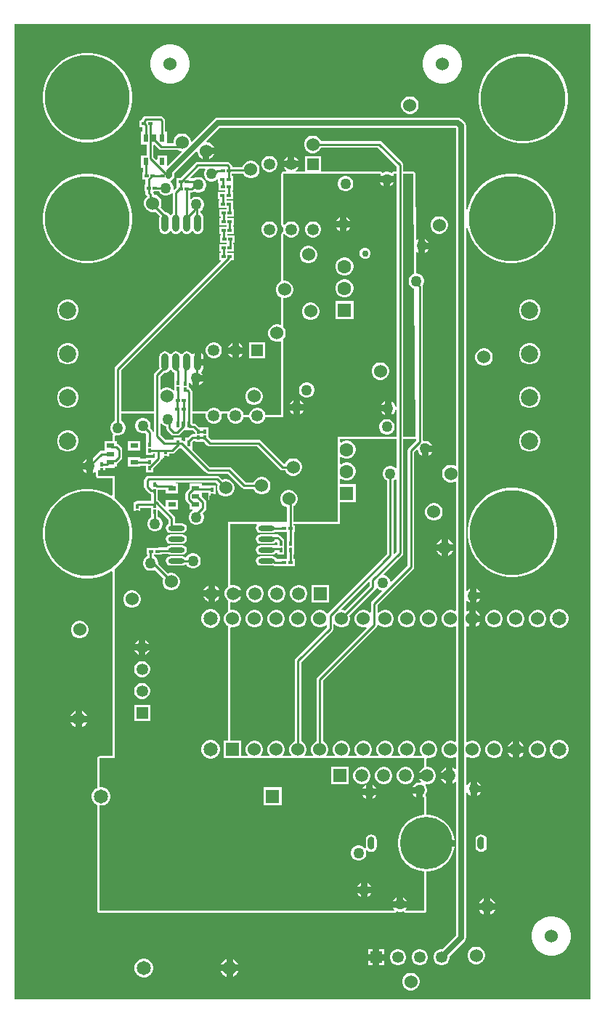
<source format=gbr>
%TF.GenerationSoftware,Altium Limited,Altium Designer,23.4.1 (23)*%
G04 Layer_Physical_Order=4*
G04 Layer_Color=16711680*
%FSLAX26Y26*%
%MOIN*%
%TF.SameCoordinates,99C6BA0F-0D9B-4297-A223-D59900673BD4*%
%TF.FilePolarity,Positive*%
%TF.FileFunction,Copper,L4,Bot,Signal*%
%TF.Part,Single*%
G01*
G75*
%TA.AperFunction,SMDPad,CuDef*%
%ADD12R,0.019685X0.011811*%
%ADD13R,0.023622X0.037402*%
%ADD14R,0.037402X0.023622*%
%ADD15R,0.011811X0.019685*%
%TA.AperFunction,Conductor*%
%ADD17C,0.010000*%
%TA.AperFunction,ComponentPad*%
%ADD19C,0.060000*%
%ADD20C,0.078740*%
%TA.AperFunction,ViaPad*%
%ADD21C,0.060000*%
%TA.AperFunction,ComponentPad*%
%ADD22C,0.064961*%
%ADD23R,0.060000X0.060000*%
%ADD24C,0.389764*%
%ADD25C,0.053150*%
%ADD26R,0.053150X0.053150*%
%ADD27O,0.030000X0.060000*%
%ADD28R,0.053150X0.053150*%
%ADD29C,0.059055*%
%ADD30C,0.062992*%
%ADD31R,0.064961X0.064961*%
%ADD32R,0.062992X0.062992*%
%ADD33R,0.059055X0.059055*%
%TA.AperFunction,ViaPad*%
%ADD34C,0.050000*%
%ADD35C,0.030000*%
%TA.AperFunction,SMDPad,CuDef*%
%ADD37O,0.076772X0.023622*%
%ADD38C,0.240000*%
%ADD39R,0.015748X0.031496*%
%ADD40O,0.031496X0.078740*%
%TA.AperFunction,Conductor*%
%ADD41C,0.025000*%
G36*
X6280000Y3607500D02*
X3635000D01*
Y8082500D01*
X6280000D01*
Y3607500D01*
D02*
G37*
%LPC*%
G36*
X5608864Y7990000D02*
X5591136D01*
X5573748Y7986541D01*
X5557369Y7979757D01*
X5542628Y7969908D01*
X5530092Y7957372D01*
X5520243Y7942631D01*
X5513459Y7926252D01*
X5510000Y7908864D01*
Y7891136D01*
X5513459Y7873748D01*
X5520243Y7857369D01*
X5530092Y7842628D01*
X5542628Y7830092D01*
X5557369Y7820243D01*
X5573748Y7813459D01*
X5591136Y7810000D01*
X5608864D01*
X5626252Y7813459D01*
X5642631Y7820243D01*
X5657372Y7830092D01*
X5669908Y7842628D01*
X5679757Y7857369D01*
X5686541Y7873748D01*
X5690000Y7891136D01*
Y7908864D01*
X5686541Y7926252D01*
X5679757Y7942631D01*
X5669908Y7957372D01*
X5657372Y7969908D01*
X5642631Y7979757D01*
X5626252Y7986541D01*
X5608864Y7990000D01*
D02*
G37*
G36*
X4358864D02*
X4341136D01*
X4323748Y7986541D01*
X4307369Y7979757D01*
X4292628Y7969908D01*
X4280092Y7957372D01*
X4270243Y7942631D01*
X4263459Y7926252D01*
X4260000Y7908864D01*
Y7891136D01*
X4263459Y7873748D01*
X4270243Y7857369D01*
X4280092Y7842628D01*
X4292628Y7830092D01*
X4307369Y7820243D01*
X4323748Y7813459D01*
X4341136Y7810000D01*
X4358864D01*
X4376252Y7813459D01*
X4392631Y7820243D01*
X4407372Y7830092D01*
X4419908Y7842628D01*
X4429757Y7857369D01*
X4436541Y7873748D01*
X4440000Y7891136D01*
Y7908864D01*
X4436541Y7926252D01*
X4429757Y7942631D01*
X4419908Y7957372D01*
X4407372Y7969908D01*
X4392631Y7979757D01*
X4376252Y7986541D01*
X4358864Y7990000D01*
D02*
G37*
G36*
X5455266Y7750000D02*
X5444734D01*
X5434561Y7747274D01*
X5425439Y7742008D01*
X5417992Y7734561D01*
X5412726Y7725439D01*
X5410000Y7715266D01*
Y7704734D01*
X5412726Y7694561D01*
X5417992Y7685439D01*
X5425439Y7677992D01*
X5434561Y7672726D01*
X5444734Y7670000D01*
X5455266D01*
X5465439Y7672726D01*
X5474561Y7677992D01*
X5482008Y7685439D01*
X5487274Y7694561D01*
X5490000Y7704734D01*
Y7715266D01*
X5487274Y7725439D01*
X5482008Y7734561D01*
X5474561Y7742008D01*
X5465439Y7747274D01*
X5455266Y7750000D01*
D02*
G37*
G36*
X3983429Y7949882D02*
X3956571D01*
X3929944Y7946376D01*
X3904002Y7939425D01*
X3879189Y7929147D01*
X3855930Y7915719D01*
X3834622Y7899369D01*
X3815631Y7880378D01*
X3799281Y7859070D01*
X3785853Y7835811D01*
X3775575Y7810998D01*
X3768624Y7785056D01*
X3765118Y7758429D01*
Y7731571D01*
X3768624Y7704944D01*
X3775575Y7679002D01*
X3785853Y7654189D01*
X3799281Y7630930D01*
X3815631Y7609622D01*
X3834622Y7590631D01*
X3855930Y7574281D01*
X3879189Y7560853D01*
X3904002Y7550575D01*
X3929944Y7543624D01*
X3956571Y7540118D01*
X3983429D01*
X4010056Y7543624D01*
X4035998Y7550575D01*
X4060811Y7560853D01*
X4084070Y7574281D01*
X4105378Y7590631D01*
X4124369Y7609622D01*
X4140719Y7630930D01*
X4154147Y7654189D01*
X4164425Y7679002D01*
X4171376Y7704944D01*
X4174882Y7731571D01*
Y7758429D01*
X4171376Y7785056D01*
X4164425Y7810998D01*
X4154147Y7835811D01*
X4140719Y7859070D01*
X4124369Y7880378D01*
X4105378Y7899369D01*
X4084070Y7915719D01*
X4060811Y7929147D01*
X4035998Y7939425D01*
X4010056Y7946376D01*
X3983429Y7949882D01*
D02*
G37*
G36*
X5983429Y7944882D02*
X5956571D01*
X5929944Y7941376D01*
X5904002Y7934425D01*
X5879189Y7924147D01*
X5855930Y7910719D01*
X5834622Y7894369D01*
X5815631Y7875378D01*
X5799281Y7854070D01*
X5785853Y7830811D01*
X5775575Y7805998D01*
X5768624Y7780056D01*
X5765118Y7753429D01*
Y7726571D01*
X5768624Y7699944D01*
X5775575Y7674002D01*
X5785853Y7649189D01*
X5799281Y7625930D01*
X5815631Y7604622D01*
X5834622Y7585631D01*
X5855930Y7569281D01*
X5879189Y7555853D01*
X5904002Y7545575D01*
X5929944Y7538624D01*
X5956571Y7535118D01*
X5983429D01*
X6010056Y7538624D01*
X6035998Y7545575D01*
X6060811Y7555853D01*
X6084070Y7569281D01*
X6105378Y7585631D01*
X6124369Y7604622D01*
X6140719Y7625930D01*
X6154147Y7649189D01*
X6164425Y7674002D01*
X6171376Y7699944D01*
X6174882Y7726571D01*
Y7753429D01*
X6171376Y7780056D01*
X6164425Y7805998D01*
X6154147Y7830811D01*
X6140719Y7854070D01*
X6124369Y7875378D01*
X6105378Y7894369D01*
X6084070Y7910719D01*
X6060811Y7924147D01*
X6035998Y7934425D01*
X6010056Y7941376D01*
X5983429Y7944882D01*
D02*
G37*
G36*
X4552392Y7485000D02*
X4530000D01*
Y7462608D01*
X4530439Y7462726D01*
X4539561Y7467992D01*
X4547008Y7475439D01*
X4552274Y7484561D01*
X4552392Y7485000D01*
D02*
G37*
G36*
X4920000Y7473573D02*
Y7455000D01*
X4938573D01*
X4934267Y7462458D01*
X4927458Y7469267D01*
X4920000Y7473573D01*
D02*
G37*
G36*
X4890000D02*
X4882542Y7469267D01*
X4875733Y7462458D01*
X4871427Y7455000D01*
X4890000D01*
Y7473573D01*
D02*
G37*
G36*
X4809815Y7476575D02*
X4800185D01*
X4790883Y7474082D01*
X4782542Y7469267D01*
X4775733Y7462458D01*
X4770918Y7454117D01*
X4768425Y7444815D01*
Y7435185D01*
X4770918Y7425883D01*
X4775733Y7417542D01*
X4782542Y7410733D01*
X4790883Y7405918D01*
X4800185Y7403425D01*
X4809815D01*
X4819117Y7405918D01*
X4827458Y7410733D01*
X4834267Y7417542D01*
X4839082Y7425883D01*
X4841575Y7435185D01*
Y7444815D01*
X4839082Y7454117D01*
X4834267Y7462458D01*
X4827458Y7469267D01*
X4819117Y7474082D01*
X4809815Y7476575D01*
D02*
G37*
G36*
X5590266Y7200000D02*
X5579734D01*
X5569561Y7197274D01*
X5560439Y7192008D01*
X5552992Y7184561D01*
X5547726Y7175439D01*
X5545000Y7165266D01*
Y7154734D01*
X5547726Y7144561D01*
X5552992Y7135439D01*
X5560439Y7127992D01*
X5569561Y7122726D01*
X5579734Y7120000D01*
X5590266D01*
X5600439Y7122726D01*
X5609561Y7127992D01*
X5617008Y7135439D01*
X5622274Y7144561D01*
X5625000Y7154734D01*
Y7165266D01*
X5622274Y7175439D01*
X5617008Y7184561D01*
X5609561Y7192008D01*
X5600439Y7197274D01*
X5590266Y7200000D01*
D02*
G37*
G36*
X4809815Y7176575D02*
X4800185D01*
X4790883Y7174082D01*
X4782542Y7169267D01*
X4775733Y7162458D01*
X4770918Y7154117D01*
X4768425Y7144815D01*
Y7135185D01*
X4770918Y7125883D01*
X4775733Y7117542D01*
X4782542Y7110733D01*
X4790883Y7105918D01*
X4800185Y7103425D01*
X4809815D01*
X4819117Y7105918D01*
X4827458Y7110733D01*
X4834267Y7117542D01*
X4839082Y7125883D01*
X4841575Y7135185D01*
Y7144815D01*
X4839082Y7154117D01*
X4834267Y7162458D01*
X4827458Y7169267D01*
X4819117Y7174082D01*
X4809815Y7176575D01*
D02*
G37*
G36*
X5520000Y7096754D02*
Y7080000D01*
X5536754D01*
X5533007Y7086490D01*
X5526490Y7093007D01*
X5520000Y7096754D01*
D02*
G37*
G36*
X5536754Y7050000D02*
X5520000D01*
Y7033246D01*
X5526490Y7036993D01*
X5533007Y7043510D01*
X5536754Y7050000D01*
D02*
G37*
G36*
X4305781Y7660294D02*
X4237772D01*
X4231919Y7659130D01*
X4226958Y7655814D01*
X4221100Y7649957D01*
X4217784Y7644995D01*
X4216811Y7640103D01*
X4210056D01*
Y7608292D01*
X4222305D01*
Y7587835D01*
X4215788D01*
Y7530433D01*
X4242163D01*
Y7479567D01*
X4215788D01*
Y7422166D01*
X4224726D01*
Y7400905D01*
X4222598D01*
Y7369095D01*
X4235926D01*
Y7345906D01*
X4231378D01*
Y7314095D01*
X4235926D01*
Y7309095D01*
X4237091Y7303242D01*
X4240406Y7298280D01*
X4245139Y7293547D01*
Y7291708D01*
X4237992Y7284561D01*
X4232726Y7275439D01*
X4230000Y7265266D01*
Y7254734D01*
X4232726Y7244561D01*
X4237992Y7235439D01*
X4245439Y7227992D01*
X4254561Y7222726D01*
X4264734Y7220000D01*
X4275266D01*
X4281208Y7221592D01*
X4301929Y7200872D01*
X4301254Y7199241D01*
X4300369Y7192520D01*
Y7145275D01*
X4301254Y7138554D01*
X4303848Y7132290D01*
X4307975Y7126912D01*
X4313354Y7122785D01*
X4319617Y7120190D01*
X4326339Y7119305D01*
X4333060Y7120190D01*
X4339324Y7122785D01*
X4344703Y7126912D01*
X4348574Y7131957D01*
X4351258Y7132312D01*
X4351419D01*
X4354104Y7131957D01*
X4357975Y7126912D01*
X4363354Y7122785D01*
X4369617Y7120190D01*
X4376339Y7119305D01*
X4383060Y7120190D01*
X4389324Y7122785D01*
X4394703Y7126912D01*
X4398574Y7131957D01*
X4401258Y7132312D01*
X4401419D01*
X4404104Y7131957D01*
X4407975Y7126912D01*
X4413354Y7122785D01*
X4419617Y7120190D01*
X4426339Y7119305D01*
X4433060Y7120190D01*
X4439324Y7122785D01*
X4444703Y7126912D01*
X4448574Y7131957D01*
X4451258Y7132312D01*
X4451419D01*
X4454104Y7131957D01*
X4457975Y7126912D01*
X4463354Y7122785D01*
X4469617Y7120190D01*
X4476339Y7119305D01*
X4483060Y7120190D01*
X4489324Y7122785D01*
X4494703Y7126912D01*
X4498830Y7132290D01*
X4501424Y7138554D01*
X4502309Y7145275D01*
Y7192520D01*
X4501424Y7199241D01*
X4498830Y7205505D01*
X4494703Y7210883D01*
X4489324Y7215011D01*
X4488463Y7215367D01*
Y7225245D01*
X4491490Y7226993D01*
X4498007Y7233510D01*
X4502615Y7241490D01*
X4505000Y7250392D01*
Y7259608D01*
X4502615Y7268510D01*
X4498007Y7276490D01*
X4491490Y7283007D01*
X4483510Y7287615D01*
X4474608Y7290000D01*
X4465392D01*
X4456490Y7287615D01*
X4448510Y7283007D01*
X4446023Y7280520D01*
X4441023Y7282591D01*
Y7309095D01*
X4444961D01*
Y7309706D01*
X4449961D01*
X4455814Y7310870D01*
X4460775Y7314186D01*
X4461726Y7315136D01*
X4466490Y7312385D01*
X4475392Y7310000D01*
X4484608D01*
X4493510Y7312385D01*
X4501490Y7316993D01*
X4508007Y7323510D01*
X4512615Y7331490D01*
X4515000Y7340392D01*
Y7349608D01*
X4512615Y7358510D01*
X4508007Y7366490D01*
X4501490Y7373007D01*
X4493510Y7377615D01*
X4484608Y7380000D01*
X4475392D01*
X4466490Y7377615D01*
X4460226Y7373998D01*
X4460029Y7374130D01*
X4454176Y7375294D01*
X4445372D01*
X4444806Y7375993D01*
X4443106Y7380099D01*
X4482713Y7419706D01*
X4508595D01*
X4510963Y7414706D01*
X4507385Y7408510D01*
X4505000Y7399608D01*
Y7390392D01*
X4507385Y7381490D01*
X4511993Y7373510D01*
X4518510Y7366993D01*
X4526490Y7362385D01*
X4535392Y7360000D01*
X4544608D01*
X4553510Y7362385D01*
X4561490Y7366993D01*
X4565158Y7370660D01*
X4570158Y7368589D01*
Y7354095D01*
X4570157D01*
X4572598Y7350905D01*
Y7319095D01*
X4603486D01*
Y7310905D01*
X4570158D01*
Y7279095D01*
X4577147D01*
Y7270905D01*
X4572599D01*
Y7239094D01*
X4608486D01*
Y7230905D01*
X4576378D01*
Y7199094D01*
X4580927D01*
Y7190905D01*
X4576378D01*
Y7159094D01*
X4608486D01*
Y7150905D01*
X4576379D01*
Y7119094D01*
X4580927D01*
Y7110905D01*
X4577599D01*
Y7079094D01*
X4609706D01*
Y7070905D01*
X4576378D01*
Y7039094D01*
X4580927D01*
Y7030905D01*
X4576378D01*
Y6999094D01*
X4580932D01*
X4582846Y6994475D01*
X4099186Y6510814D01*
X4095870Y6505853D01*
X4094706Y6500000D01*
Y6261585D01*
X4088510Y6258007D01*
X4081993Y6251490D01*
X4077385Y6243510D01*
X4075000Y6234608D01*
Y6225392D01*
X4077385Y6216490D01*
X4081993Y6208510D01*
X4085798Y6204704D01*
X4085984Y6204475D01*
X4087608Y6200376D01*
X4086234Y6197914D01*
X4085989Y6197220D01*
X4085580Y6196608D01*
X4085332Y6195361D01*
X4084909Y6194163D01*
X4084948Y6193428D01*
X4084804Y6192706D01*
Y6169173D01*
X4048032D01*
Y6125255D01*
X4034961D01*
X4029108Y6124091D01*
X4024146Y6120775D01*
X3995000Y6091629D01*
Y6055000D01*
Y6023246D01*
X4001490Y6026993D01*
X4004804Y6030307D01*
X4009804Y6028235D01*
Y6010000D01*
X4010580Y6006098D01*
X4012790Y6002790D01*
X4016098Y6000580D01*
X4020000Y5999804D01*
X4084804D01*
Y5921069D01*
X4079804Y5918182D01*
X4060811Y5929147D01*
X4035998Y5939425D01*
X4010056Y5946376D01*
X3983429Y5949882D01*
X3956571D01*
X3929944Y5946376D01*
X3904002Y5939425D01*
X3879189Y5929147D01*
X3855930Y5915719D01*
X3834622Y5899369D01*
X3815631Y5880378D01*
X3799281Y5859070D01*
X3785853Y5835811D01*
X3775575Y5810998D01*
X3768624Y5785056D01*
X3765118Y5758429D01*
Y5731571D01*
X3768624Y5704944D01*
X3775575Y5679002D01*
X3785853Y5654189D01*
X3799281Y5630930D01*
X3815631Y5609622D01*
X3834622Y5590631D01*
X3855930Y5574281D01*
X3879189Y5560853D01*
X3904002Y5550575D01*
X3929944Y5543624D01*
X3956571Y5540118D01*
X3983429D01*
X4010056Y5543624D01*
X4035998Y5550575D01*
X4060811Y5560853D01*
X4079804Y5571818D01*
X4084804Y5568931D01*
Y4724636D01*
X4025000D01*
X4021098Y4723860D01*
X4017790Y4721650D01*
X4015580Y4718342D01*
X4014804Y4714440D01*
Y4584020D01*
X4014935Y4583360D01*
X4014891Y4582689D01*
X4015320Y4581426D01*
X4015580Y4580118D01*
X4011670Y4576969D01*
X4006515Y4573993D01*
X3998606Y4566083D01*
X3993013Y4556397D01*
X3990118Y4545593D01*
Y4534407D01*
X3993013Y4523603D01*
X3998606Y4513917D01*
X4006515Y4506007D01*
X4011670Y4503031D01*
X4015580Y4499882D01*
X4015320Y4498574D01*
X4014891Y4497311D01*
X4014935Y4496640D01*
X4014804Y4495980D01*
Y4015560D01*
X4015580Y4011658D01*
X4017790Y4008350D01*
X4021098Y4006140D01*
X4025000Y4005364D01*
X5377871D01*
X5381773Y4006140D01*
X5385081Y4008350D01*
X5387291Y4011658D01*
X5390729Y4012825D01*
X5391490Y4012385D01*
X5400392Y4010000D01*
X5409608D01*
X5418510Y4012385D01*
X5419271Y4012825D01*
X5422709Y4011658D01*
X5424919Y4008350D01*
X5428227Y4006140D01*
X5432129Y4005364D01*
X5515000D01*
X5518902Y4006140D01*
X5522210Y4008350D01*
X5524420Y4011658D01*
X5525196Y4015560D01*
Y4195000D01*
X5535231D01*
X5555442Y4198201D01*
X5574903Y4204524D01*
X5593135Y4213814D01*
X5609689Y4225842D01*
X5624158Y4240311D01*
X5636186Y4256865D01*
X5645476Y4275097D01*
X5651799Y4294558D01*
X5654245Y4310000D01*
X5525000D01*
Y4340000D01*
X5654245D01*
X5651799Y4355442D01*
X5645476Y4374903D01*
X5636186Y4393135D01*
X5624158Y4409689D01*
X5609689Y4424158D01*
X5593135Y4436186D01*
X5574903Y4445476D01*
X5555442Y4451799D01*
X5535231Y4455000D01*
X5525196D01*
Y4534453D01*
X5524936Y4535761D01*
X5524849Y4537092D01*
X5524551Y4537695D01*
X5524420Y4538355D01*
X5523679Y4539464D01*
X5523089Y4540660D01*
X5522369Y4543879D01*
X5522564Y4546574D01*
X5527172Y4554555D01*
X5529557Y4563457D01*
Y4572672D01*
X5527172Y4581574D01*
X5522564Y4589555D01*
X5520734Y4591384D01*
X5523323Y4595867D01*
X5524796Y4595472D01*
X5535204D01*
X5545257Y4598166D01*
X5554270Y4603370D01*
X5561630Y4610730D01*
X5566834Y4619743D01*
X5569528Y4629796D01*
Y4640204D01*
X5566834Y4650257D01*
X5561630Y4659270D01*
X5554270Y4666630D01*
X5545257Y4671834D01*
X5535204Y4674528D01*
X5525196D01*
Y4711367D01*
X5529840Y4715299D01*
X5530954Y4715000D01*
X5541487D01*
X5551660Y4717726D01*
X5560781Y4722992D01*
X5568229Y4730440D01*
X5573495Y4739561D01*
X5576221Y4749734D01*
Y4760266D01*
X5573495Y4770440D01*
X5568229Y4779561D01*
X5560781Y4787008D01*
X5551660Y4792274D01*
X5541487Y4795000D01*
X5530954D01*
X5520781Y4792274D01*
X5511660Y4787008D01*
X5504212Y4779561D01*
X5498946Y4770440D01*
X5496221Y4760266D01*
Y4749734D01*
X5498946Y4739561D01*
X5504212Y4730440D01*
X5505397Y4729255D01*
X5503483Y4724636D01*
X5468958D01*
X5467044Y4729255D01*
X5468229Y4730440D01*
X5473495Y4739561D01*
X5476221Y4749734D01*
Y4760266D01*
X5473495Y4770440D01*
X5468229Y4779561D01*
X5460781Y4787008D01*
X5451660Y4792274D01*
X5441487Y4795000D01*
X5430954D01*
X5420781Y4792274D01*
X5411660Y4787008D01*
X5404212Y4779561D01*
X5398946Y4770440D01*
X5396221Y4760266D01*
Y4749734D01*
X5398946Y4739561D01*
X5404212Y4730440D01*
X5405397Y4729255D01*
X5403483Y4724636D01*
X5368958D01*
X5367044Y4729255D01*
X5368229Y4730440D01*
X5373495Y4739561D01*
X5376221Y4749734D01*
Y4760266D01*
X5373495Y4770440D01*
X5368229Y4779561D01*
X5360781Y4787008D01*
X5351660Y4792274D01*
X5341487Y4795000D01*
X5330954D01*
X5320781Y4792274D01*
X5311660Y4787008D01*
X5304212Y4779561D01*
X5298946Y4770440D01*
X5296221Y4760266D01*
Y4749734D01*
X5298946Y4739561D01*
X5304212Y4730440D01*
X5305397Y4729255D01*
X5303483Y4724636D01*
X5268958D01*
X5267044Y4729255D01*
X5268229Y4730440D01*
X5273495Y4739561D01*
X5276221Y4749734D01*
Y4760266D01*
X5273495Y4770440D01*
X5268229Y4779561D01*
X5260781Y4787008D01*
X5251660Y4792274D01*
X5241487Y4795000D01*
X5230954D01*
X5220781Y4792274D01*
X5211660Y4787008D01*
X5204212Y4779561D01*
X5198946Y4770440D01*
X5196221Y4760266D01*
Y4749734D01*
X5198946Y4739561D01*
X5204212Y4730440D01*
X5205397Y4729255D01*
X5203483Y4724636D01*
X5168958D01*
X5167044Y4729255D01*
X5168229Y4730440D01*
X5173495Y4739561D01*
X5176221Y4749734D01*
Y4760266D01*
X5173495Y4770440D01*
X5168229Y4779561D01*
X5160781Y4787008D01*
X5151660Y4792274D01*
X5141487Y4795000D01*
X5130954D01*
X5120781Y4792274D01*
X5111660Y4787008D01*
X5104212Y4779561D01*
X5098946Y4770440D01*
X5096221Y4760266D01*
Y4749734D01*
X5098946Y4739561D01*
X5104212Y4730440D01*
X5105397Y4729255D01*
X5103483Y4724636D01*
X5068958D01*
X5067044Y4729255D01*
X5068229Y4730440D01*
X5073495Y4739561D01*
X5076221Y4749734D01*
Y4760266D01*
X5073495Y4770440D01*
X5068229Y4779561D01*
X5060781Y4787008D01*
X5051660Y4792274D01*
X5051514Y4792313D01*
Y5069886D01*
X5296741Y5315112D01*
X5300056Y5320074D01*
X5301221Y5325927D01*
Y5326360D01*
X5306221Y5328431D01*
X5311660Y5322992D01*
X5320781Y5317726D01*
X5330954Y5315000D01*
X5341487D01*
X5351660Y5317726D01*
X5360781Y5322992D01*
X5368229Y5330440D01*
X5373495Y5339561D01*
X5376221Y5349734D01*
Y5360266D01*
X5373495Y5370440D01*
X5368229Y5379561D01*
X5360781Y5387008D01*
X5351660Y5392274D01*
X5341487Y5395000D01*
X5330954D01*
X5320781Y5392274D01*
X5311660Y5387008D01*
X5306221Y5381569D01*
X5301221Y5383640D01*
Y5417313D01*
X5465814Y5581907D01*
X5469130Y5586868D01*
X5470294Y5592721D01*
Y6120234D01*
X5480324Y6130263D01*
X5485533Y6128402D01*
X5487385Y6121490D01*
X5491993Y6113510D01*
X5498510Y6106993D01*
X5505000Y6103246D01*
Y6135000D01*
X5520000D01*
Y6150000D01*
X5551754D01*
X5548007Y6156490D01*
X5541490Y6163007D01*
X5533510Y6167615D01*
X5524608Y6170000D01*
X5515392D01*
X5514261Y6169697D01*
X5510294Y6172741D01*
Y6877297D01*
X5509130Y6883149D01*
X5508573Y6883983D01*
X5511842Y6889645D01*
X5514227Y6898547D01*
Y6907762D01*
X5511842Y6916664D01*
X5507234Y6924645D01*
X5500717Y6931162D01*
X5492736Y6935769D01*
X5483835Y6938154D01*
X5479113D01*
X5478348Y7035611D01*
X5482960Y7037542D01*
X5483510Y7036993D01*
X5490000Y7033246D01*
Y7065000D01*
Y7096754D01*
X5483510Y7093007D01*
X5482518Y7092015D01*
X5477891Y7093911D01*
X5475529Y7395080D01*
X5475133Y7396990D01*
X5474753Y7398902D01*
X5474730Y7398936D01*
X5474722Y7398975D01*
X5473627Y7400587D01*
X5472543Y7402209D01*
X5472509Y7402232D01*
X5472486Y7402266D01*
X5470859Y7403335D01*
X5469235Y7404420D01*
X5469195Y7404428D01*
X5469161Y7404450D01*
X5467246Y7404815D01*
X5465333Y7405196D01*
X5420294D01*
Y7435000D01*
X5419130Y7440853D01*
X5415814Y7445815D01*
X5320815Y7540814D01*
X5315853Y7544130D01*
X5310000Y7545294D01*
X5042313D01*
X5042274Y7545439D01*
X5037008Y7554561D01*
X5029561Y7562008D01*
X5020439Y7567274D01*
X5010266Y7570000D01*
X4999734D01*
X4989561Y7567274D01*
X4980439Y7562008D01*
X4972992Y7554561D01*
X4967726Y7545439D01*
X4965000Y7535266D01*
Y7524734D01*
X4967726Y7514561D01*
X4972992Y7505439D01*
X4980439Y7497992D01*
X4989561Y7492726D01*
X4999734Y7490000D01*
X5010266D01*
X5020439Y7492726D01*
X5029561Y7497992D01*
X5037008Y7505439D01*
X5042274Y7514561D01*
X5042313Y7514706D01*
X5303665D01*
X5389706Y7428665D01*
Y7405196D01*
X5376022D01*
X5374142Y7404822D01*
X5372253Y7404474D01*
X5372191Y7404434D01*
X5372120Y7404420D01*
X5370527Y7403355D01*
X5368914Y7402310D01*
X5368873Y7402250D01*
X5368812Y7402209D01*
X5367747Y7400616D01*
X5366658Y7399034D01*
X5365422Y7398624D01*
X5358510Y7402615D01*
X5349608Y7405000D01*
X5340392D01*
X5331490Y7402615D01*
X5324578Y7398624D01*
X5323342Y7399034D01*
X5322254Y7400614D01*
X5321188Y7402209D01*
X5321127Y7402250D01*
X5321086Y7402310D01*
X5319475Y7403354D01*
X5317880Y7404420D01*
X5317808Y7404434D01*
X5317747Y7404474D01*
X5315861Y7404821D01*
X5313978Y7405196D01*
X5041575D01*
Y7476575D01*
X4968425D01*
Y7405196D01*
X4927867D01*
X4926527Y7410196D01*
X4927458Y7410733D01*
X4934267Y7417542D01*
X4938573Y7425000D01*
X4905000D01*
X4871427D01*
X4875733Y7417542D01*
X4882542Y7410733D01*
X4883473Y7410196D01*
X4882133Y7405196D01*
X4870000D01*
X4866098Y7404420D01*
X4862790Y7402209D01*
X4860580Y7398902D01*
X4859804Y7395000D01*
Y7162528D01*
X4859935Y7161868D01*
X4859891Y7161197D01*
X4860320Y7159934D01*
X4860580Y7158626D01*
X4860954Y7158067D01*
X4861170Y7157430D01*
X4862050Y7156427D01*
X4862790Y7155318D01*
X4863350Y7154945D01*
X4863793Y7154439D01*
X4864989Y7153849D01*
X4866098Y7153108D01*
X4869496Y7148812D01*
X4868425Y7144815D01*
Y7135185D01*
X4869496Y7131188D01*
X4866098Y7126892D01*
X4864989Y7126151D01*
X4863793Y7125561D01*
X4863350Y7125055D01*
X4862790Y7124682D01*
X4862050Y7123573D01*
X4861170Y7122570D01*
X4860954Y7121933D01*
X4860580Y7121374D01*
X4860320Y7120066D01*
X4859891Y7118803D01*
X4859935Y7118132D01*
X4859804Y7117472D01*
Y6905000D01*
X4860306Y6902474D01*
X4859561Y6902274D01*
X4850439Y6897008D01*
X4842992Y6889561D01*
X4837726Y6880439D01*
X4835000Y6870266D01*
Y6859734D01*
X4837726Y6849561D01*
X4842992Y6840439D01*
X4850439Y6832992D01*
X4859561Y6827726D01*
X4860306Y6827526D01*
X4859804Y6825000D01*
Y6704754D01*
X4858324Y6703899D01*
X4854804Y6702444D01*
X4845266Y6705000D01*
X4834734D01*
X4824561Y6702274D01*
X4815439Y6697008D01*
X4807992Y6689561D01*
X4802726Y6680439D01*
X4800000Y6670266D01*
Y6659734D01*
X4802726Y6649561D01*
X4807992Y6640439D01*
X4815439Y6632992D01*
X4824561Y6627726D01*
X4834734Y6625000D01*
X4845266D01*
X4854804Y6627556D01*
X4858324Y6626101D01*
X4859804Y6625246D01*
Y6290196D01*
X4786525D01*
X4786475Y6290186D01*
X4784082Y6299117D01*
X4779267Y6307458D01*
X4772458Y6314267D01*
X4764117Y6319082D01*
X4754815Y6321575D01*
X4745185D01*
X4735883Y6319082D01*
X4727542Y6314267D01*
X4720733Y6307458D01*
X4715918Y6299117D01*
X4713525Y6290186D01*
X4713475Y6290196D01*
X4686525D01*
X4686475Y6290186D01*
X4684082Y6299117D01*
X4679267Y6307458D01*
X4672458Y6314267D01*
X4664117Y6319082D01*
X4654815Y6321575D01*
X4645185D01*
X4635883Y6319082D01*
X4627542Y6314267D01*
X4620733Y6307458D01*
X4620195Y6306527D01*
X4618122Y6305253D01*
X4614609Y6304420D01*
X4613301Y6304680D01*
X4612038Y6305109D01*
X4611367Y6305065D01*
X4610708Y6305196D01*
X4589292D01*
X4588633Y6305065D01*
X4587962Y6305109D01*
X4586699Y6304680D01*
X4585391Y6304420D01*
X4581878Y6305253D01*
X4579805Y6306527D01*
X4579267Y6307458D01*
X4572458Y6314267D01*
X4564117Y6319082D01*
X4554815Y6321575D01*
X4545185D01*
X4535883Y6319082D01*
X4527542Y6314267D01*
X4520733Y6307458D01*
X4520195Y6306527D01*
X4518122Y6305253D01*
X4514609Y6304420D01*
X4513301Y6304680D01*
X4512038Y6305109D01*
X4511367Y6305065D01*
X4510708Y6305196D01*
X4450885D01*
Y6395520D01*
X4449720Y6401373D01*
X4446405Y6406334D01*
X4440547Y6412192D01*
X4435906Y6415294D01*
Y6434348D01*
X4440608Y6435729D01*
X4440906Y6435734D01*
X4447359Y6429281D01*
X4453849Y6425534D01*
Y6457288D01*
X4468849D01*
Y6472288D01*
X4500604D01*
X4496856Y6478778D01*
X4493638Y6481997D01*
X4494073Y6488633D01*
X4494703Y6489117D01*
X4498830Y6494495D01*
X4501424Y6500759D01*
X4502309Y6507480D01*
Y6516102D01*
X4476339D01*
Y6531102D01*
X4461339D01*
Y6575669D01*
X4457975Y6573088D01*
X4454104Y6568043D01*
X4451419Y6567688D01*
X4451258D01*
X4448574Y6568043D01*
X4444703Y6573088D01*
X4439324Y6577215D01*
X4433060Y6579810D01*
X4426339Y6580695D01*
X4419617Y6579810D01*
X4413354Y6577215D01*
X4407975Y6573088D01*
X4404104Y6568043D01*
X4401419Y6567688D01*
X4401258D01*
X4398574Y6568043D01*
X4394703Y6573088D01*
X4389324Y6577215D01*
X4383060Y6579810D01*
X4376339Y6580695D01*
X4369617Y6579810D01*
X4363354Y6577215D01*
X4357975Y6573088D01*
X4354104Y6568043D01*
X4351419Y6567688D01*
X4351258D01*
X4348574Y6568043D01*
X4344703Y6573088D01*
X4339324Y6577215D01*
X4333060Y6579810D01*
X4326339Y6580695D01*
X4319617Y6579810D01*
X4313354Y6577215D01*
X4307975Y6573088D01*
X4303848Y6567709D01*
X4301254Y6561446D01*
X4300369Y6554724D01*
Y6507480D01*
X4300874Y6503644D01*
X4279186Y6481956D01*
X4275870Y6476994D01*
X4274706Y6471141D01*
Y6305196D01*
X4125294D01*
Y6493665D01*
X4629752Y6998123D01*
X4630401Y6999094D01*
X4643622D01*
Y7030905D01*
X4611515D01*
Y7039094D01*
X4643622D01*
Y7070905D01*
X4640294D01*
Y7079094D01*
X4644843D01*
Y7110905D01*
X4611515D01*
Y7119094D01*
X4643623D01*
Y7150905D01*
X4639074D01*
Y7159094D01*
X4643623D01*
Y7190905D01*
X4611515D01*
Y7199094D01*
X4643622D01*
Y7230905D01*
X4639074D01*
Y7239094D01*
X4639843D01*
Y7270905D01*
X4607735D01*
Y7279095D01*
X4637402D01*
Y7310905D01*
X4634074D01*
Y7319095D01*
X4639842D01*
Y7350905D01*
X4639843D01*
X4637402Y7354095D01*
Y7385905D01*
X4633463D01*
Y7394095D01*
X4638622D01*
Y7395612D01*
X4685006D01*
X4687992Y7390439D01*
X4695439Y7382992D01*
X4704561Y7377726D01*
X4714734Y7375000D01*
X4725266D01*
X4735439Y7377726D01*
X4744561Y7382992D01*
X4752008Y7390439D01*
X4757274Y7399561D01*
X4760000Y7409734D01*
Y7420266D01*
X4757274Y7430439D01*
X4752008Y7439561D01*
X4744561Y7447008D01*
X4735439Y7452274D01*
X4725266Y7455000D01*
X4714734D01*
X4704561Y7452274D01*
X4695439Y7447008D01*
X4687992Y7439561D01*
X4682726Y7430439D01*
X4681590Y7426199D01*
X4634073D01*
Y7429142D01*
X4632909Y7434995D01*
X4629594Y7439957D01*
X4623736Y7445814D01*
X4618774Y7449130D01*
X4612922Y7450294D01*
X4476378D01*
X4470525Y7449130D01*
X4465564Y7445814D01*
X4395655Y7375905D01*
X4377598D01*
Y7345857D01*
X4377598Y7344095D01*
X4377598D01*
X4377717Y7340905D01*
X4377717D01*
Y7330723D01*
X4369368Y7322374D01*
X4364885Y7324963D01*
X4365000Y7325392D01*
Y7334608D01*
X4362615Y7343510D01*
X4358007Y7351490D01*
X4351490Y7358007D01*
X4350128Y7358794D01*
X4350943Y7363727D01*
X4351338Y7363806D01*
X4358781Y7368779D01*
X4359097Y7369095D01*
X4362402D01*
Y7372399D01*
X4362718Y7372716D01*
X4367691Y7380158D01*
X4369437Y7388937D01*
Y7396994D01*
X4470381Y7497937D01*
X4475000Y7496024D01*
Y7494734D01*
X4477726Y7484561D01*
X4482992Y7475439D01*
X4490439Y7467992D01*
X4499561Y7462726D01*
X4500000Y7462608D01*
Y7500000D01*
X4515000D01*
Y7515000D01*
X4552392D01*
X4552274Y7515439D01*
X4547008Y7524561D01*
X4539561Y7532008D01*
X4530439Y7537274D01*
X4520266Y7540000D01*
X4518976D01*
X4517063Y7544619D01*
X4579502Y7607059D01*
X5660853D01*
X5662059Y7605853D01*
Y6057122D01*
X5657729Y6054622D01*
X5653135Y6057274D01*
X5642961Y6060000D01*
X5632429D01*
X5622256Y6057274D01*
X5613135Y6052008D01*
X5605687Y6044561D01*
X5600421Y6035439D01*
X5597695Y6025266D01*
Y6014734D01*
X5600421Y6004561D01*
X5605687Y5995439D01*
X5613135Y5987992D01*
X5622256Y5982726D01*
X5632429Y5980000D01*
X5642961D01*
X5653135Y5982726D01*
X5657729Y5985378D01*
X5662059Y5982878D01*
Y5392044D01*
X5657059Y5389157D01*
X5651660Y5392274D01*
X5641487Y5395000D01*
X5630954D01*
X5620781Y5392274D01*
X5611660Y5387008D01*
X5604212Y5379561D01*
X5598946Y5370440D01*
X5596221Y5360266D01*
Y5349734D01*
X5598946Y5339561D01*
X5604212Y5330440D01*
X5611660Y5322992D01*
X5620781Y5317726D01*
X5630954Y5315000D01*
X5641487D01*
X5651660Y5317726D01*
X5657059Y5320843D01*
X5662059Y5317957D01*
Y4792044D01*
X5657059Y4789157D01*
X5651660Y4792274D01*
X5641487Y4795000D01*
X5630954D01*
X5620781Y4792274D01*
X5611660Y4787008D01*
X5604212Y4779561D01*
X5598946Y4770440D01*
X5596221Y4760266D01*
Y4749734D01*
X5598946Y4739561D01*
X5604212Y4730440D01*
X5611660Y4722992D01*
X5620781Y4717726D01*
X5630954Y4715000D01*
X5641487D01*
X5651660Y4717726D01*
X5657059Y4720843D01*
X5662059Y4717957D01*
Y4665912D01*
X5657059Y4663841D01*
X5654270Y4666630D01*
X5645257Y4671834D01*
X5645000Y4671903D01*
Y4635000D01*
Y4598097D01*
X5645257Y4598166D01*
X5654270Y4603370D01*
X5657059Y4606159D01*
X5662059Y4604088D01*
Y3901353D01*
X5599132Y3838425D01*
X5590185D01*
X5580883Y3835933D01*
X5572542Y3831117D01*
X5565733Y3824308D01*
X5560918Y3815968D01*
X5558425Y3806666D01*
Y3797035D01*
X5560918Y3787733D01*
X5565733Y3779393D01*
X5572542Y3772583D01*
X5580883Y3767768D01*
X5590185Y3765276D01*
X5599815D01*
X5609117Y3767768D01*
X5617458Y3772583D01*
X5624267Y3779393D01*
X5629082Y3787733D01*
X5631575Y3797035D01*
Y3805982D01*
X5701222Y3875629D01*
X5706194Y3883071D01*
X5707941Y3891850D01*
Y4559694D01*
X5708548Y4559940D01*
X5712941Y4560528D01*
X5716993Y4553510D01*
X5723510Y4546993D01*
X5730000Y4543246D01*
Y4575000D01*
Y4606754D01*
X5723510Y4603007D01*
X5716993Y4596490D01*
X5712941Y4589472D01*
X5708548Y4590060D01*
X5707941Y4590306D01*
Y4720251D01*
X5712941Y4722252D01*
X5720781Y4717726D01*
X5730954Y4715000D01*
X5741487D01*
X5751660Y4717726D01*
X5760781Y4722992D01*
X5768229Y4730440D01*
X5773495Y4739561D01*
X5776221Y4749734D01*
Y4760266D01*
X5773495Y4770440D01*
X5768229Y4779561D01*
X5760781Y4787008D01*
X5751660Y4792274D01*
X5741487Y4795000D01*
X5730954D01*
X5720781Y4792274D01*
X5712941Y4787748D01*
X5707941Y4789749D01*
Y5320251D01*
X5712941Y5322252D01*
X5720781Y5317726D01*
X5721220Y5317608D01*
Y5355000D01*
Y5392392D01*
X5720781Y5392274D01*
X5712941Y5387748D01*
X5707941Y5389749D01*
Y5436221D01*
X5712941Y5437562D01*
X5718510Y5431993D01*
X5725000Y5428246D01*
Y5460000D01*
Y5491754D01*
X5718510Y5488007D01*
X5712941Y5482438D01*
X5707941Y5483779D01*
Y7154803D01*
X5712941Y7155131D01*
X5713624Y7149944D01*
X5720575Y7124002D01*
X5730853Y7099189D01*
X5744281Y7075930D01*
X5760631Y7054622D01*
X5779622Y7035631D01*
X5800930Y7019281D01*
X5824189Y7005853D01*
X5849002Y6995575D01*
X5874944Y6988624D01*
X5901571Y6985118D01*
X5928429D01*
X5955056Y6988624D01*
X5980998Y6995575D01*
X6005811Y7005853D01*
X6029070Y7019281D01*
X6050378Y7035631D01*
X6069369Y7054622D01*
X6085719Y7075930D01*
X6099147Y7099189D01*
X6109425Y7124002D01*
X6116376Y7149944D01*
X6119882Y7176571D01*
Y7203429D01*
X6116376Y7230056D01*
X6109425Y7255998D01*
X6099147Y7280811D01*
X6085719Y7304070D01*
X6069369Y7325378D01*
X6050378Y7344369D01*
X6029070Y7360719D01*
X6005811Y7374147D01*
X5980998Y7384425D01*
X5955056Y7391376D01*
X5928429Y7394882D01*
X5901571D01*
X5874944Y7391376D01*
X5849002Y7384425D01*
X5824189Y7374147D01*
X5800930Y7360719D01*
X5779622Y7344369D01*
X5760631Y7325378D01*
X5744281Y7304070D01*
X5730853Y7280811D01*
X5720575Y7255998D01*
X5713624Y7230056D01*
X5712941Y7224869D01*
X5707941Y7225197D01*
Y7615355D01*
X5706194Y7624134D01*
X5701222Y7631577D01*
X5686577Y7646222D01*
X5679134Y7651194D01*
X5670355Y7652941D01*
X4570000D01*
X4561221Y7651195D01*
X4553778Y7646222D01*
X4449619Y7542063D01*
X4445000Y7543976D01*
Y7545266D01*
X4442274Y7555439D01*
X4437008Y7564561D01*
X4429561Y7572008D01*
X4420439Y7577274D01*
X4410266Y7580000D01*
X4399734D01*
X4389561Y7577274D01*
X4380439Y7572008D01*
X4372992Y7564561D01*
X4367726Y7555439D01*
X4365000Y7545266D01*
Y7535294D01*
X4334213D01*
Y7587835D01*
X4326932D01*
Y7639142D01*
X4325768Y7644995D01*
X4322453Y7649957D01*
X4316595Y7655814D01*
X4311633Y7659130D01*
X4305781Y7660294D01*
D02*
G37*
G36*
X3983429Y7394882D02*
X3956571D01*
X3929944Y7391376D01*
X3904002Y7384425D01*
X3879189Y7374147D01*
X3855930Y7360719D01*
X3834622Y7344369D01*
X3815631Y7325378D01*
X3799281Y7304070D01*
X3785853Y7280811D01*
X3775575Y7255998D01*
X3768624Y7230056D01*
X3765118Y7203429D01*
Y7176571D01*
X3768624Y7149944D01*
X3775575Y7124002D01*
X3785853Y7099189D01*
X3799281Y7075930D01*
X3815631Y7054622D01*
X3834622Y7035631D01*
X3855930Y7019281D01*
X3879189Y7005853D01*
X3904002Y6995575D01*
X3929944Y6988624D01*
X3956571Y6985118D01*
X3983429D01*
X4010056Y6988624D01*
X4035998Y6995575D01*
X4060811Y7005853D01*
X4084070Y7019281D01*
X4105378Y7035631D01*
X4124369Y7054622D01*
X4140719Y7075930D01*
X4154147Y7099189D01*
X4164425Y7124002D01*
X4171376Y7149944D01*
X4174882Y7176571D01*
Y7203429D01*
X4171376Y7230056D01*
X4164425Y7255998D01*
X4154147Y7280811D01*
X4140719Y7304070D01*
X4124369Y7325378D01*
X4105378Y7344369D01*
X4084070Y7360719D01*
X4060811Y7374147D01*
X4035998Y7384425D01*
X4010056Y7391376D01*
X3983429Y7394882D01*
D02*
G37*
G36*
X6006500Y6819370D02*
X5993500D01*
X5980944Y6816006D01*
X5969686Y6809506D01*
X5960494Y6800314D01*
X5953994Y6789056D01*
X5950630Y6776500D01*
Y6763500D01*
X5953994Y6750944D01*
X5960494Y6739686D01*
X5969686Y6730494D01*
X5980944Y6723994D01*
X5993500Y6720630D01*
X6006500D01*
X6019056Y6723994D01*
X6030314Y6730494D01*
X6039506Y6739686D01*
X6046006Y6750944D01*
X6049370Y6763500D01*
Y6776500D01*
X6046006Y6789056D01*
X6039506Y6800314D01*
X6030314Y6809506D01*
X6019056Y6816006D01*
X6006500Y6819370D01*
D02*
G37*
G36*
X3886500D02*
X3873500D01*
X3860944Y6816006D01*
X3849686Y6809506D01*
X3840494Y6800314D01*
X3833994Y6789056D01*
X3830630Y6776500D01*
Y6763500D01*
X3833994Y6750944D01*
X3840494Y6739686D01*
X3849686Y6730494D01*
X3860944Y6723994D01*
X3873500Y6720630D01*
X3886500D01*
X3899056Y6723994D01*
X3910314Y6730494D01*
X3919506Y6739686D01*
X3926006Y6750944D01*
X3929370Y6763500D01*
Y6776500D01*
X3926006Y6789056D01*
X3919506Y6800314D01*
X3910314Y6809506D01*
X3899056Y6816006D01*
X3886500Y6819370D01*
D02*
G37*
G36*
X4665000Y6618573D02*
Y6600000D01*
X4683573D01*
X4679267Y6607458D01*
X4672458Y6614267D01*
X4665000Y6618573D01*
D02*
G37*
G36*
X4635000D02*
X4627542Y6614267D01*
X4620733Y6607458D01*
X4616427Y6600000D01*
X4635000D01*
Y6618573D01*
D02*
G37*
G36*
X4683573Y6570000D02*
X4665000D01*
Y6551427D01*
X4672458Y6555733D01*
X4679267Y6562542D01*
X4683573Y6570000D01*
D02*
G37*
G36*
X4635000D02*
X4616427D01*
X4620733Y6562542D01*
X4627542Y6555733D01*
X4635000Y6551427D01*
Y6570000D01*
D02*
G37*
G36*
X4786575Y6621575D02*
X4713425D01*
Y6548425D01*
X4786575D01*
Y6621575D01*
D02*
G37*
G36*
X4554815D02*
X4545185D01*
X4535883Y6619082D01*
X4527542Y6614267D01*
X4520733Y6607458D01*
X4515918Y6599117D01*
X4513425Y6589815D01*
Y6580185D01*
X4515918Y6570883D01*
X4520733Y6562542D01*
X4527542Y6555733D01*
X4535883Y6550918D01*
X4545185Y6548425D01*
X4554815D01*
X4564117Y6550918D01*
X4572458Y6555733D01*
X4579267Y6562542D01*
X4584082Y6570883D01*
X4586575Y6580185D01*
Y6589815D01*
X4584082Y6599117D01*
X4579267Y6607458D01*
X4572458Y6614267D01*
X4564117Y6619082D01*
X4554815Y6621575D01*
D02*
G37*
G36*
X4491339Y6575669D02*
Y6546102D01*
X4502309D01*
Y6554724D01*
X4501424Y6561446D01*
X4498830Y6567709D01*
X4494703Y6573088D01*
X4491339Y6575669D01*
D02*
G37*
G36*
X6006500Y6619370D02*
X5993500D01*
X5980944Y6616006D01*
X5969686Y6609506D01*
X5960494Y6600314D01*
X5953994Y6589056D01*
X5950630Y6576500D01*
Y6563500D01*
X5953994Y6550944D01*
X5960494Y6539686D01*
X5969686Y6530494D01*
X5980944Y6523994D01*
X5993500Y6520630D01*
X6006500D01*
X6019056Y6523994D01*
X6030314Y6530494D01*
X6039506Y6539686D01*
X6046006Y6550944D01*
X6049370Y6563500D01*
Y6576500D01*
X6046006Y6589056D01*
X6039506Y6600314D01*
X6030314Y6609506D01*
X6019056Y6616006D01*
X6006500Y6619370D01*
D02*
G37*
G36*
X3886500D02*
X3873500D01*
X3860944Y6616006D01*
X3849686Y6609506D01*
X3840494Y6600314D01*
X3833994Y6589056D01*
X3830630Y6576500D01*
Y6563500D01*
X3833994Y6550944D01*
X3840494Y6539686D01*
X3849686Y6530494D01*
X3860944Y6523994D01*
X3873500Y6520630D01*
X3886500D01*
X3899056Y6523994D01*
X3910314Y6530494D01*
X3919506Y6539686D01*
X3926006Y6550944D01*
X3929370Y6563500D01*
Y6576500D01*
X3926006Y6589056D01*
X3919506Y6600314D01*
X3910314Y6609506D01*
X3899056Y6616006D01*
X3886500Y6619370D01*
D02*
G37*
G36*
X5795266Y6595000D02*
X5784734D01*
X5774561Y6592274D01*
X5765439Y6587008D01*
X5757992Y6579561D01*
X5752726Y6570439D01*
X5750000Y6560266D01*
Y6549734D01*
X5752726Y6539561D01*
X5757992Y6530439D01*
X5765439Y6522992D01*
X5774561Y6517726D01*
X5784734Y6515000D01*
X5795266D01*
X5805439Y6517726D01*
X5814561Y6522992D01*
X5822008Y6530439D01*
X5827274Y6539561D01*
X5830000Y6549734D01*
Y6560266D01*
X5827274Y6570439D01*
X5822008Y6579561D01*
X5814561Y6587008D01*
X5805439Y6592274D01*
X5795266Y6595000D01*
D02*
G37*
G36*
X4500604Y6442288D02*
X4483849D01*
Y6425534D01*
X4490340Y6429281D01*
X4496856Y6435797D01*
X4500604Y6442288D01*
D02*
G37*
G36*
X4740266Y6415000D02*
X4729734D01*
X4719561Y6412274D01*
X4710439Y6407008D01*
X4702992Y6399561D01*
X4697726Y6390439D01*
X4695000Y6380266D01*
Y6369734D01*
X4697726Y6359561D01*
X4702992Y6350439D01*
X4710439Y6342992D01*
X4719561Y6337726D01*
X4729734Y6335000D01*
X4740266D01*
X4750439Y6337726D01*
X4759561Y6342992D01*
X4767008Y6350439D01*
X4772274Y6359561D01*
X4775000Y6369734D01*
Y6380266D01*
X4772274Y6390439D01*
X4767008Y6399561D01*
X4759561Y6407008D01*
X4750439Y6412274D01*
X4740266Y6415000D01*
D02*
G37*
G36*
X6006500Y6419370D02*
X5993500D01*
X5980944Y6416006D01*
X5969686Y6409506D01*
X5960494Y6400314D01*
X5953994Y6389056D01*
X5950630Y6376500D01*
Y6363500D01*
X5953994Y6350944D01*
X5960494Y6339686D01*
X5969686Y6330494D01*
X5980944Y6323994D01*
X5993500Y6320630D01*
X6006500D01*
X6019056Y6323994D01*
X6030314Y6330494D01*
X6039506Y6339686D01*
X6046006Y6350944D01*
X6049370Y6363500D01*
Y6376500D01*
X6046006Y6389056D01*
X6039506Y6400314D01*
X6030314Y6409506D01*
X6019056Y6416006D01*
X6006500Y6419370D01*
D02*
G37*
G36*
X3886500D02*
X3873500D01*
X3860944Y6416006D01*
X3849686Y6409506D01*
X3840494Y6400314D01*
X3833994Y6389056D01*
X3830630Y6376500D01*
Y6363500D01*
X3833994Y6350944D01*
X3840494Y6339686D01*
X3849686Y6330494D01*
X3860944Y6323994D01*
X3873500Y6320630D01*
X3886500D01*
X3899056Y6323994D01*
X3910314Y6330494D01*
X3919506Y6339686D01*
X3926006Y6350944D01*
X3929370Y6363500D01*
Y6376500D01*
X3926006Y6389056D01*
X3919506Y6400314D01*
X3910314Y6409506D01*
X3899056Y6416006D01*
X3886500Y6419370D01*
D02*
G37*
G36*
X6006500Y6219370D02*
X5993500D01*
X5980944Y6216006D01*
X5969686Y6209506D01*
X5960494Y6200314D01*
X5953994Y6189056D01*
X5950630Y6176500D01*
Y6163500D01*
X5953994Y6150944D01*
X5960494Y6139686D01*
X5969686Y6130494D01*
X5980944Y6123994D01*
X5993500Y6120630D01*
X6006500D01*
X6019056Y6123994D01*
X6030314Y6130494D01*
X6039506Y6139686D01*
X6046006Y6150944D01*
X6049370Y6163500D01*
Y6176500D01*
X6046006Y6189056D01*
X6039506Y6200314D01*
X6030314Y6209506D01*
X6019056Y6216006D01*
X6006500Y6219370D01*
D02*
G37*
G36*
X3886500D02*
X3873500D01*
X3860944Y6216006D01*
X3849686Y6209506D01*
X3840494Y6200314D01*
X3833994Y6189056D01*
X3830630Y6176500D01*
Y6163500D01*
X3833994Y6150944D01*
X3840494Y6139686D01*
X3849686Y6130494D01*
X3860944Y6123994D01*
X3873500Y6120630D01*
X3886500D01*
X3899056Y6123994D01*
X3910314Y6130494D01*
X3919506Y6139686D01*
X3926006Y6150944D01*
X3929370Y6163500D01*
Y6176500D01*
X3926006Y6189056D01*
X3919506Y6200314D01*
X3910314Y6209506D01*
X3899056Y6216006D01*
X3886500Y6219370D01*
D02*
G37*
G36*
X5551754Y6120000D02*
X5535000D01*
Y6103246D01*
X5541490Y6106993D01*
X5548007Y6113510D01*
X5551754Y6120000D01*
D02*
G37*
G36*
X3965000Y6086754D02*
X3958510Y6083007D01*
X3951993Y6076490D01*
X3948246Y6070000D01*
X3965000D01*
Y6086754D01*
D02*
G37*
G36*
Y6040000D02*
X3948246D01*
X3951993Y6033510D01*
X3958510Y6026993D01*
X3965000Y6023246D01*
Y6040000D01*
D02*
G37*
G36*
X5565266Y5885000D02*
X5554734D01*
X5544561Y5882274D01*
X5535439Y5877008D01*
X5527992Y5869561D01*
X5522726Y5860439D01*
X5520000Y5850266D01*
Y5839734D01*
X5522726Y5829561D01*
X5527992Y5820439D01*
X5535439Y5812992D01*
X5544561Y5807726D01*
X5554734Y5805000D01*
X5565266D01*
X5575439Y5807726D01*
X5584561Y5812992D01*
X5592008Y5820439D01*
X5597274Y5829561D01*
X5600000Y5839734D01*
Y5850266D01*
X5597274Y5860439D01*
X5592008Y5869561D01*
X5584561Y5877008D01*
X5575439Y5882274D01*
X5565266Y5885000D01*
D02*
G37*
G36*
X5625000Y5717392D02*
Y5695000D01*
X5647392D01*
X5647274Y5695439D01*
X5642008Y5704561D01*
X5634561Y5712008D01*
X5625439Y5717274D01*
X5625000Y5717392D01*
D02*
G37*
G36*
X5595000D02*
X5594561Y5717274D01*
X5585439Y5712008D01*
X5577992Y5704561D01*
X5572726Y5695439D01*
X5572608Y5695000D01*
X5595000D01*
Y5717392D01*
D02*
G37*
G36*
X5647392Y5665000D02*
X5625000D01*
Y5642608D01*
X5625439Y5642726D01*
X5634561Y5647992D01*
X5642008Y5655439D01*
X5647274Y5664561D01*
X5647392Y5665000D01*
D02*
G37*
G36*
X5595000D02*
X5572608D01*
X5572726Y5664561D01*
X5577992Y5655439D01*
X5585439Y5647992D01*
X5594561Y5642726D01*
X5595000Y5642608D01*
Y5665000D01*
D02*
G37*
G36*
X5933429Y5954882D02*
X5906571D01*
X5879944Y5951376D01*
X5854002Y5944425D01*
X5829189Y5934147D01*
X5805930Y5920719D01*
X5784622Y5904369D01*
X5765631Y5885378D01*
X5749281Y5864070D01*
X5735853Y5840811D01*
X5725575Y5815998D01*
X5718624Y5790056D01*
X5715118Y5763429D01*
Y5736571D01*
X5718624Y5709944D01*
X5725575Y5684002D01*
X5735853Y5659189D01*
X5749281Y5635930D01*
X5765631Y5614622D01*
X5784622Y5595631D01*
X5805930Y5579281D01*
X5829189Y5565853D01*
X5854002Y5555575D01*
X5879944Y5548624D01*
X5906571Y5545118D01*
X5933429D01*
X5960056Y5548624D01*
X5985998Y5555575D01*
X6010811Y5565853D01*
X6034070Y5579281D01*
X6055378Y5595631D01*
X6074369Y5614622D01*
X6090719Y5635930D01*
X6104147Y5659189D01*
X6114425Y5684002D01*
X6121376Y5709944D01*
X6124882Y5736571D01*
Y5763429D01*
X6121376Y5790056D01*
X6114425Y5815998D01*
X6104147Y5840811D01*
X6090719Y5864070D01*
X6074369Y5885378D01*
X6055378Y5904369D01*
X6034070Y5920719D01*
X6010811Y5934147D01*
X5985998Y5944425D01*
X5960056Y5951376D01*
X5933429Y5954882D01*
D02*
G37*
G36*
X5755000Y5491754D02*
Y5475000D01*
X5771754D01*
X5768007Y5481490D01*
X5761490Y5488007D01*
X5755000Y5491754D01*
D02*
G37*
G36*
X5771754Y5445000D02*
X5755000D01*
Y5428246D01*
X5761490Y5431993D01*
X5768007Y5438510D01*
X5771754Y5445000D01*
D02*
G37*
G36*
X5751220Y5392392D02*
Y5370000D01*
X5773612D01*
X5773495Y5370440D01*
X5768229Y5379561D01*
X5760781Y5387008D01*
X5751660Y5392274D01*
X5751220Y5392392D01*
D02*
G37*
G36*
X5773612Y5340000D02*
X5751220D01*
Y5317608D01*
X5751660Y5317726D01*
X5760781Y5322992D01*
X5768229Y5330440D01*
X5773495Y5339561D01*
X5773612Y5340000D01*
D02*
G37*
G36*
X6041487Y5395000D02*
X6030954D01*
X6020781Y5392274D01*
X6011660Y5387008D01*
X6004212Y5379561D01*
X5998946Y5370440D01*
X5996221Y5360266D01*
Y5349734D01*
X5998946Y5339561D01*
X6004212Y5330440D01*
X6011660Y5322992D01*
X6020781Y5317726D01*
X6030954Y5315000D01*
X6041487D01*
X6051660Y5317726D01*
X6060781Y5322992D01*
X6068229Y5330440D01*
X6073495Y5339561D01*
X6076221Y5349734D01*
Y5360266D01*
X6073495Y5370440D01*
X6068229Y5379561D01*
X6060781Y5387008D01*
X6051660Y5392274D01*
X6041487Y5395000D01*
D02*
G37*
G36*
X5941487D02*
X5930954D01*
X5920781Y5392274D01*
X5911660Y5387008D01*
X5904212Y5379561D01*
X5898946Y5370440D01*
X5896221Y5360266D01*
Y5349734D01*
X5898946Y5339561D01*
X5904212Y5330440D01*
X5911660Y5322992D01*
X5920781Y5317726D01*
X5930954Y5315000D01*
X5941487D01*
X5951660Y5317726D01*
X5960781Y5322992D01*
X5968229Y5330440D01*
X5973495Y5339561D01*
X5976221Y5349734D01*
Y5360266D01*
X5973495Y5370440D01*
X5968229Y5379561D01*
X5960781Y5387008D01*
X5951660Y5392274D01*
X5941487Y5395000D01*
D02*
G37*
G36*
X5841487D02*
X5830954D01*
X5820781Y5392274D01*
X5811660Y5387008D01*
X5804212Y5379561D01*
X5798946Y5370440D01*
X5796221Y5360266D01*
Y5349734D01*
X5798946Y5339561D01*
X5804212Y5330440D01*
X5811660Y5322992D01*
X5820781Y5317726D01*
X5830954Y5315000D01*
X5841487D01*
X5851660Y5317726D01*
X5860781Y5322992D01*
X5868229Y5330440D01*
X5873495Y5339561D01*
X5876221Y5349734D01*
Y5360266D01*
X5873495Y5370440D01*
X5868229Y5379561D01*
X5860781Y5387008D01*
X5851660Y5392274D01*
X5841487Y5395000D01*
D02*
G37*
G36*
X5541487D02*
X5530954D01*
X5520781Y5392274D01*
X5511660Y5387008D01*
X5504212Y5379561D01*
X5498946Y5370440D01*
X5496221Y5360266D01*
Y5349734D01*
X5498946Y5339561D01*
X5504212Y5330440D01*
X5511660Y5322992D01*
X5520781Y5317726D01*
X5530954Y5315000D01*
X5541487D01*
X5551660Y5317726D01*
X5560781Y5322992D01*
X5568229Y5330440D01*
X5573495Y5339561D01*
X5576221Y5349734D01*
Y5360266D01*
X5573495Y5370440D01*
X5568229Y5379561D01*
X5560781Y5387008D01*
X5551660Y5392274D01*
X5541487Y5395000D01*
D02*
G37*
G36*
X5441487D02*
X5430954D01*
X5420781Y5392274D01*
X5411660Y5387008D01*
X5404212Y5379561D01*
X5398946Y5370440D01*
X5396221Y5360266D01*
Y5349734D01*
X5398946Y5339561D01*
X5404212Y5330440D01*
X5411660Y5322992D01*
X5420781Y5317726D01*
X5430954Y5315000D01*
X5441487D01*
X5451660Y5317726D01*
X5460781Y5322992D01*
X5468229Y5330440D01*
X5473495Y5339561D01*
X5476221Y5349734D01*
Y5360266D01*
X5473495Y5370440D01*
X5468229Y5379561D01*
X5460781Y5387008D01*
X5451660Y5392274D01*
X5441487Y5395000D01*
D02*
G37*
G36*
X6141813Y5397480D02*
X6130628D01*
X6119824Y5394586D01*
X6110137Y5388993D01*
X6102228Y5381084D01*
X6096635Y5371397D01*
X6093740Y5360593D01*
Y5349408D01*
X6096635Y5338603D01*
X6102228Y5328917D01*
X6110137Y5321007D01*
X6119824Y5315415D01*
X6130628Y5312520D01*
X6141813D01*
X6152617Y5315415D01*
X6162304Y5321007D01*
X6170213Y5328917D01*
X6175806Y5338603D01*
X6178701Y5349408D01*
Y5360593D01*
X6175806Y5371397D01*
X6170213Y5381084D01*
X6162304Y5388993D01*
X6152617Y5394586D01*
X6141813Y5397480D01*
D02*
G37*
G36*
X3940266Y5345000D02*
X3929734D01*
X3919561Y5342274D01*
X3910439Y5337008D01*
X3902992Y5329561D01*
X3897726Y5320439D01*
X3895000Y5310266D01*
Y5299734D01*
X3897726Y5289561D01*
X3902992Y5280439D01*
X3910439Y5272992D01*
X3919561Y5267726D01*
X3929734Y5265000D01*
X3940266D01*
X3950439Y5267726D01*
X3959561Y5272992D01*
X3967008Y5280439D01*
X3972274Y5289561D01*
X3975000Y5299734D01*
Y5310266D01*
X3972274Y5320439D01*
X3967008Y5329561D01*
X3959561Y5337008D01*
X3950439Y5342274D01*
X3940266Y5345000D01*
D02*
G37*
G36*
X3945000Y4932392D02*
Y4910000D01*
X3967392D01*
X3967274Y4910439D01*
X3962008Y4919561D01*
X3954561Y4927008D01*
X3945439Y4932274D01*
X3945000Y4932392D01*
D02*
G37*
G36*
X3915000D02*
X3914561Y4932274D01*
X3905439Y4927008D01*
X3897992Y4919561D01*
X3892726Y4910439D01*
X3892608Y4910000D01*
X3915000D01*
Y4932392D01*
D02*
G37*
G36*
X3967392Y4880000D02*
X3945000D01*
Y4857608D01*
X3945439Y4857726D01*
X3954561Y4862992D01*
X3962008Y4870439D01*
X3967274Y4879561D01*
X3967392Y4880000D01*
D02*
G37*
G36*
X3915000D02*
X3892608D01*
X3892726Y4879561D01*
X3897992Y4870439D01*
X3905439Y4862992D01*
X3914561Y4857726D01*
X3915000Y4857608D01*
Y4880000D01*
D02*
G37*
G36*
X5951221Y4792392D02*
Y4770000D01*
X5973612D01*
X5973495Y4770440D01*
X5968229Y4779561D01*
X5960781Y4787008D01*
X5951660Y4792274D01*
X5951221Y4792392D01*
D02*
G37*
G36*
X5921221D02*
X5920781Y4792274D01*
X5911660Y4787008D01*
X5904212Y4779561D01*
X5898946Y4770440D01*
X5898829Y4770000D01*
X5921221D01*
Y4792392D01*
D02*
G37*
G36*
X5973612Y4740000D02*
X5951221D01*
Y4717608D01*
X5951660Y4717726D01*
X5960781Y4722992D01*
X5968229Y4730440D01*
X5973495Y4739561D01*
X5973612Y4740000D01*
D02*
G37*
G36*
X5921221D02*
X5898829D01*
X5898946Y4739561D01*
X5904212Y4730440D01*
X5911660Y4722992D01*
X5920781Y4717726D01*
X5921221Y4717608D01*
Y4740000D01*
D02*
G37*
G36*
X6041487Y4795000D02*
X6030954D01*
X6020781Y4792274D01*
X6011660Y4787008D01*
X6004212Y4779561D01*
X5998946Y4770440D01*
X5996221Y4760266D01*
Y4749734D01*
X5998946Y4739561D01*
X6004212Y4730440D01*
X6011660Y4722992D01*
X6020781Y4717726D01*
X6030954Y4715000D01*
X6041487D01*
X6051660Y4717726D01*
X6060781Y4722992D01*
X6068229Y4730440D01*
X6073495Y4739561D01*
X6076221Y4749734D01*
Y4760266D01*
X6073495Y4770440D01*
X6068229Y4779561D01*
X6060781Y4787008D01*
X6051660Y4792274D01*
X6041487Y4795000D01*
D02*
G37*
G36*
X5841487D02*
X5830954D01*
X5820781Y4792274D01*
X5811660Y4787008D01*
X5804212Y4779561D01*
X5798946Y4770440D01*
X5796221Y4760266D01*
Y4749734D01*
X5798946Y4739561D01*
X5804212Y4730440D01*
X5811660Y4722992D01*
X5820781Y4717726D01*
X5830954Y4715000D01*
X5841487D01*
X5851660Y4717726D01*
X5860781Y4722992D01*
X5868229Y4730440D01*
X5873495Y4739561D01*
X5876221Y4749734D01*
Y4760266D01*
X5873495Y4770440D01*
X5868229Y4779561D01*
X5860781Y4787008D01*
X5851660Y4792274D01*
X5841487Y4795000D01*
D02*
G37*
G36*
X6141813Y4797480D02*
X6130628D01*
X6119824Y4794586D01*
X6110137Y4788993D01*
X6102228Y4781084D01*
X6096635Y4771397D01*
X6093740Y4760593D01*
Y4749408D01*
X6096635Y4738603D01*
X6102228Y4728917D01*
X6110137Y4721007D01*
X6119824Y4715415D01*
X6130628Y4712520D01*
X6141813D01*
X6152617Y4715415D01*
X6162304Y4721007D01*
X6170213Y4728917D01*
X6175806Y4738603D01*
X6178701Y4749408D01*
Y4760593D01*
X6175806Y4771397D01*
X6170213Y4781084D01*
X6162304Y4788993D01*
X6152617Y4794586D01*
X6141813Y4797480D01*
D02*
G37*
G36*
X5615000Y4671903D02*
X5614743Y4671834D01*
X5605730Y4666630D01*
X5598370Y4659270D01*
X5593166Y4650257D01*
X5593097Y4650000D01*
X5615000D01*
Y4671903D01*
D02*
G37*
G36*
Y4620000D02*
X5593097D01*
X5593166Y4619743D01*
X5598370Y4610730D01*
X5605730Y4603370D01*
X5614743Y4598166D01*
X5615000Y4598097D01*
Y4620000D01*
D02*
G37*
G36*
X5760000Y4606754D02*
Y4590000D01*
X5776754D01*
X5773007Y4596490D01*
X5766490Y4603007D01*
X5760000Y4606754D01*
D02*
G37*
G36*
X5776754Y4560000D02*
X5760000D01*
Y4543246D01*
X5766490Y4546993D01*
X5773007Y4553510D01*
X5776754Y4560000D01*
D02*
G37*
G36*
X5776969Y4365490D02*
X5767215Y4363550D01*
X5758945Y4358024D01*
X5753419Y4349755D01*
X5751479Y4340000D01*
Y4310000D01*
X5753419Y4300245D01*
X5758945Y4291976D01*
X5767215Y4286450D01*
X5776969Y4284510D01*
X5786724Y4286450D01*
X5794993Y4291976D01*
X5800519Y4300245D01*
X5802459Y4310000D01*
Y4340000D01*
X5800519Y4349755D01*
X5794993Y4358024D01*
X5786724Y4363550D01*
X5776969Y4365490D01*
D02*
G37*
G36*
X5820000Y4072392D02*
Y4050000D01*
X5842392D01*
X5842274Y4050439D01*
X5837008Y4059561D01*
X5829561Y4067008D01*
X5820439Y4072274D01*
X5820000Y4072392D01*
D02*
G37*
G36*
X5790000D02*
X5789561Y4072274D01*
X5780439Y4067008D01*
X5772992Y4059561D01*
X5767726Y4050439D01*
X5767608Y4050000D01*
X5790000D01*
Y4072392D01*
D02*
G37*
G36*
X5842392Y4020000D02*
X5820000D01*
Y3997608D01*
X5820439Y3997726D01*
X5829561Y4002992D01*
X5837008Y4010439D01*
X5842274Y4019561D01*
X5842392Y4020000D01*
D02*
G37*
G36*
X5790000D02*
X5767608D01*
X5767726Y4019561D01*
X5772992Y4010439D01*
X5780439Y4002992D01*
X5789561Y3997726D01*
X5790000Y3997608D01*
Y4020000D01*
D02*
G37*
G36*
X5331575Y3838425D02*
X5310000D01*
Y3816850D01*
X5331575D01*
Y3838425D01*
D02*
G37*
G36*
X5280000D02*
X5258425D01*
Y3816850D01*
X5280000D01*
Y3838425D01*
D02*
G37*
G36*
X6108864Y3990000D02*
X6091136D01*
X6073748Y3986541D01*
X6057369Y3979757D01*
X6042628Y3969908D01*
X6030092Y3957372D01*
X6020243Y3942631D01*
X6013459Y3926252D01*
X6010000Y3908864D01*
Y3891136D01*
X6013459Y3873748D01*
X6020243Y3857369D01*
X6030092Y3842628D01*
X6042628Y3830092D01*
X6057369Y3820243D01*
X6073748Y3813459D01*
X6091136Y3810000D01*
X6108864D01*
X6126252Y3813459D01*
X6142631Y3820243D01*
X6157372Y3830092D01*
X6169908Y3842628D01*
X6179757Y3857369D01*
X6186541Y3873748D01*
X6190000Y3891136D01*
Y3908864D01*
X6186541Y3926252D01*
X6179757Y3942631D01*
X6169908Y3957372D01*
X6157372Y3969908D01*
X6142631Y3979757D01*
X6126252Y3986541D01*
X6108864Y3990000D01*
D02*
G37*
G36*
X5760266Y3850000D02*
X5749734D01*
X5739561Y3847274D01*
X5730439Y3842008D01*
X5722992Y3834561D01*
X5717726Y3825439D01*
X5715000Y3815266D01*
Y3804734D01*
X5717726Y3794561D01*
X5722992Y3785439D01*
X5730439Y3777992D01*
X5739561Y3772726D01*
X5749734Y3770000D01*
X5760266D01*
X5770439Y3772726D01*
X5779561Y3777992D01*
X5787008Y3785439D01*
X5792274Y3794561D01*
X5795000Y3804734D01*
Y3815266D01*
X5792274Y3825439D01*
X5787008Y3834561D01*
X5779561Y3842008D01*
X5770439Y3847274D01*
X5760266Y3850000D01*
D02*
G37*
G36*
X4638150Y3792558D02*
Y3767598D01*
X4663109D01*
X4662735Y3768995D01*
X4657142Y3778682D01*
X4649233Y3786591D01*
X4639546Y3792184D01*
X4638150Y3792558D01*
D02*
G37*
G36*
X4608150D02*
X4606753Y3792184D01*
X4597066Y3786591D01*
X4589157Y3778682D01*
X4583564Y3768995D01*
X4583190Y3767598D01*
X4608150D01*
Y3792558D01*
D02*
G37*
G36*
X5499815Y3838425D02*
X5490185D01*
X5480883Y3835933D01*
X5472542Y3831117D01*
X5465733Y3824308D01*
X5460918Y3815968D01*
X5458425Y3806666D01*
Y3797035D01*
X5460918Y3787733D01*
X5465733Y3779393D01*
X5472542Y3772583D01*
X5480883Y3767768D01*
X5490185Y3765276D01*
X5499815D01*
X5509117Y3767768D01*
X5517458Y3772583D01*
X5524267Y3779393D01*
X5529082Y3787733D01*
X5531575Y3797035D01*
Y3806666D01*
X5529082Y3815968D01*
X5524267Y3824308D01*
X5517458Y3831117D01*
X5509117Y3835933D01*
X5499815Y3838425D01*
D02*
G37*
G36*
X5399815D02*
X5390185D01*
X5380883Y3835933D01*
X5372542Y3831117D01*
X5365733Y3824308D01*
X5360918Y3815968D01*
X5358425Y3806666D01*
Y3797035D01*
X5360918Y3787733D01*
X5365733Y3779393D01*
X5372542Y3772583D01*
X5380883Y3767768D01*
X5390185Y3765276D01*
X5399815D01*
X5409117Y3767768D01*
X5417458Y3772583D01*
X5424267Y3779393D01*
X5429082Y3787733D01*
X5431575Y3797035D01*
Y3806666D01*
X5429082Y3815968D01*
X5424267Y3824308D01*
X5417458Y3831117D01*
X5409117Y3835933D01*
X5399815Y3838425D01*
D02*
G37*
G36*
X5331575Y3786850D02*
X5310000D01*
Y3765276D01*
X5331575D01*
Y3786850D01*
D02*
G37*
G36*
X5280000D02*
X5258425D01*
Y3765276D01*
X5280000D01*
Y3786850D01*
D02*
G37*
G36*
X4663109Y3737598D02*
X4638150D01*
Y3712639D01*
X4639546Y3713013D01*
X4649233Y3718606D01*
X4657142Y3726515D01*
X4662735Y3736202D01*
X4663109Y3737598D01*
D02*
G37*
G36*
X4608150D02*
X4583190D01*
X4583564Y3736202D01*
X4589157Y3726515D01*
X4597066Y3718606D01*
X4606753Y3713013D01*
X4608150Y3712639D01*
Y3737598D01*
D02*
G37*
G36*
X4235041Y3795079D02*
X4223856D01*
X4213052Y3792184D01*
X4203365Y3786591D01*
X4195456Y3778682D01*
X4189863Y3768995D01*
X4186968Y3758191D01*
Y3747006D01*
X4189863Y3736202D01*
X4195456Y3726515D01*
X4203365Y3718606D01*
X4213052Y3713013D01*
X4223856Y3710118D01*
X4235041D01*
X4245846Y3713013D01*
X4255532Y3718606D01*
X4263441Y3726515D01*
X4269034Y3736202D01*
X4271929Y3747006D01*
Y3758191D01*
X4269034Y3768995D01*
X4263441Y3778682D01*
X4255532Y3786591D01*
X4245846Y3792184D01*
X4235041Y3795079D01*
D02*
G37*
G36*
X5460266Y3730000D02*
X5449734D01*
X5439561Y3727274D01*
X5430439Y3722008D01*
X5422992Y3714561D01*
X5417726Y3705439D01*
X5415000Y3695266D01*
Y3684734D01*
X5417726Y3674561D01*
X5422992Y3665439D01*
X5430439Y3657992D01*
X5439561Y3652726D01*
X5449734Y3650000D01*
X5460266D01*
X5470439Y3652726D01*
X5479561Y3657992D01*
X5487008Y3665439D01*
X5492274Y3674561D01*
X5495000Y3684734D01*
Y3695266D01*
X5492274Y3705439D01*
X5487008Y3714561D01*
X5479561Y3722008D01*
X5470439Y3727274D01*
X5460266Y3730000D01*
D02*
G37*
%LPD*%
G36*
X4296430Y7509186D02*
X4301392Y7505870D01*
X4307244Y7504706D01*
X4386131D01*
X4389561Y7502726D01*
X4399734Y7500000D01*
X4401024D01*
X4402937Y7495381D01*
X4338832Y7431275D01*
X4334213Y7433189D01*
Y7479567D01*
X4290591D01*
Y7461193D01*
X4285971Y7459280D01*
X4272751Y7472500D01*
Y7525793D01*
X4277751Y7527864D01*
X4296430Y7509186D01*
D02*
G37*
G36*
X5389706Y6326363D02*
X5384706Y6325705D01*
X5382615Y6333510D01*
X5378007Y6341490D01*
X5371490Y6348007D01*
X5365000Y6351754D01*
Y6320000D01*
Y6288246D01*
X5371490Y6291993D01*
X5378007Y6298510D01*
X5382615Y6306490D01*
X5384706Y6314295D01*
X5389706Y6313637D01*
Y6190000D01*
X5120000Y6190000D01*
Y6141046D01*
X5118504Y6135463D01*
Y6124537D01*
X5120000Y6118954D01*
Y6041046D01*
X5118504Y6035463D01*
Y6024537D01*
X5120000Y6018954D01*
Y5971496D01*
X5118504D01*
Y5888504D01*
X5120000D01*
Y5800000D01*
X4916514D01*
Y5871233D01*
X4919561Y5872992D01*
X4927008Y5880439D01*
X4932274Y5889561D01*
X4935000Y5899734D01*
Y5910266D01*
X4932274Y5920439D01*
X4927008Y5929561D01*
X4919561Y5937008D01*
X4910439Y5942274D01*
X4900266Y5945000D01*
X4889734D01*
X4879561Y5942274D01*
X4870439Y5937008D01*
X4862992Y5929561D01*
X4857726Y5920439D01*
X4855000Y5910266D01*
Y5899734D01*
X4857726Y5889561D01*
X4862992Y5880439D01*
X4870439Y5872992D01*
X4879561Y5867726D01*
X4885927Y5866020D01*
Y5800000D01*
X4615000D01*
Y5500900D01*
X4608370Y5494270D01*
X4603166Y5485257D01*
X4600472Y5475204D01*
Y5464796D01*
X4603166Y5454743D01*
X4608370Y5445730D01*
X4615000Y5439100D01*
Y5388936D01*
X4611660Y5387008D01*
X4604212Y5379561D01*
X4598946Y5370440D01*
X4596221Y5360266D01*
Y5349734D01*
X4598946Y5339561D01*
X4604212Y5330440D01*
X4611660Y5322992D01*
X4615000Y5321064D01*
Y4795000D01*
X4596221D01*
Y4715000D01*
X4615000D01*
Y4714440D01*
X5515000D01*
Y4671903D01*
X5514743Y4671834D01*
X5505730Y4666630D01*
X5498370Y4659270D01*
X5493166Y4650257D01*
X5493097Y4650000D01*
X5530000D01*
Y4620000D01*
X5493097D01*
X5493166Y4619743D01*
X5498370Y4610730D01*
X5501479Y4607621D01*
X5499410Y4603548D01*
X5498964Y4603065D01*
X5489949D01*
X5481047Y4600679D01*
X5473066Y4596072D01*
X5466550Y4589555D01*
X5462802Y4583065D01*
X5494557D01*
Y4568065D01*
X5509557D01*
Y4536310D01*
X5510670Y4536953D01*
X5515000Y4534453D01*
Y4455000D01*
X5514769D01*
X5494558Y4451799D01*
X5475097Y4445476D01*
X5456865Y4436186D01*
X5440311Y4424158D01*
X5425842Y4409689D01*
X5413814Y4393135D01*
X5404524Y4374903D01*
X5398201Y4355442D01*
X5395000Y4335231D01*
Y4314769D01*
X5398201Y4294558D01*
X5404524Y4275097D01*
X5413814Y4256865D01*
X5425842Y4240311D01*
X5440311Y4225842D01*
X5456865Y4213814D01*
X5475097Y4204524D01*
X5494558Y4198201D01*
X5514769Y4195000D01*
X5515000D01*
Y4015560D01*
X5432129D01*
X5430057Y4020560D01*
X5433007Y4023510D01*
X5436754Y4030000D01*
X5373246D01*
X5376993Y4023510D01*
X5379943Y4020560D01*
X5377871Y4015560D01*
X4025000D01*
Y4495980D01*
X4027006Y4497520D01*
X4038191D01*
X4048995Y4500415D01*
X4058682Y4506007D01*
X4066591Y4513917D01*
X4072184Y4523603D01*
X4075079Y4534407D01*
Y4545593D01*
X4072184Y4556397D01*
X4066591Y4566083D01*
X4058682Y4573993D01*
X4048995Y4579585D01*
X4038191Y4582480D01*
X4027006D01*
X4025000Y4584020D01*
Y4714440D01*
X4095000D01*
Y5582668D01*
X4105378Y5590631D01*
X4124369Y5609622D01*
X4140719Y5630930D01*
X4154147Y5654189D01*
X4164425Y5679002D01*
X4171376Y5704944D01*
X4174882Y5731571D01*
Y5758429D01*
X4171376Y5785056D01*
X4164425Y5810998D01*
X4154147Y5835811D01*
X4140719Y5859070D01*
X4124369Y5880378D01*
X4105378Y5899369D01*
X4095000Y5907332D01*
Y6010000D01*
X4020000D01*
Y6015155D01*
Y6035000D01*
X4050000D01*
Y6015158D01*
X4050905D01*
Y6042717D01*
Y6045000D01*
X4095000D01*
Y6050748D01*
X4105433D01*
Y6065381D01*
X4110185Y6068556D01*
X4125814Y6084186D01*
X4129130Y6089147D01*
X4130294Y6095000D01*
Y6130000D01*
X4129130Y6135853D01*
X4125814Y6140815D01*
X4113862Y6152767D01*
X4108900Y6156082D01*
X4105433Y6156772D01*
Y6169173D01*
X4095000D01*
Y6192706D01*
X4100000Y6196445D01*
X4105392Y6195000D01*
X4114608D01*
X4123510Y6197385D01*
X4131490Y6201993D01*
X4138007Y6208510D01*
X4142615Y6216490D01*
X4145000Y6225392D01*
Y6234608D01*
X4142615Y6243510D01*
X4138007Y6251490D01*
X4131490Y6258007D01*
X4125294Y6261585D01*
Y6295000D01*
X4274706D01*
Y6213448D01*
X4269706Y6212955D01*
X4269130Y6215853D01*
X4265814Y6220814D01*
X4258148Y6228481D01*
X4260000Y6235392D01*
Y6244608D01*
X4257615Y6253510D01*
X4253007Y6261490D01*
X4246490Y6268007D01*
X4238510Y6272615D01*
X4229608Y6275000D01*
X4220392D01*
X4211490Y6272615D01*
X4203510Y6268007D01*
X4196993Y6261490D01*
X4192385Y6253510D01*
X4190000Y6244608D01*
Y6235392D01*
X4192385Y6226490D01*
X4196993Y6218510D01*
X4203510Y6211993D01*
X4211490Y6207385D01*
X4220392Y6205000D01*
X4229608D01*
X4235965Y6206703D01*
X4239706Y6203475D01*
Y6172402D01*
X4239095D01*
Y6132717D01*
Y6105158D01*
X4270905D01*
Y6110927D01*
X4279706D01*
Y6096492D01*
X4275099Y6091885D01*
X4270906Y6093622D01*
Y6093622D01*
X4239095D01*
Y6087853D01*
X4213701D01*
Y6094370D01*
X4156299D01*
Y6050748D01*
X4213701D01*
Y6057265D01*
X4239095D01*
Y6026378D01*
X4270906D01*
Y6044434D01*
X4305815Y6079343D01*
X4309130Y6084305D01*
X4314094Y6083634D01*
Y6071378D01*
X4315000D01*
Y6091220D01*
X4330000D01*
Y6098935D01*
X4345905D01*
Y6110927D01*
X4358150D01*
X4364002Y6112091D01*
X4368964Y6115406D01*
X4388164Y6134606D01*
X4402283D01*
X4402283Y6134606D01*
Y6134606D01*
X4406206Y6132166D01*
X4509619Y6028752D01*
X4514186Y6024186D01*
X4519147Y6020870D01*
X4525000Y6019706D01*
X4613665D01*
X4679185Y5954186D01*
X4684147Y5950870D01*
X4690000Y5949706D01*
X4732687D01*
X4732726Y5949561D01*
X4737992Y5940439D01*
X4745439Y5932992D01*
X4754561Y5927726D01*
X4764734Y5925000D01*
X4775266D01*
X4785439Y5927726D01*
X4794561Y5932992D01*
X4802008Y5940439D01*
X4807274Y5949561D01*
X4810000Y5959734D01*
Y5970266D01*
X4807274Y5980439D01*
X4802008Y5989561D01*
X4794561Y5997008D01*
X4785439Y6002274D01*
X4775266Y6005000D01*
X4764734D01*
X4754561Y6002274D01*
X4745439Y5997008D01*
X4737992Y5989561D01*
X4732726Y5980439D01*
X4732687Y5980294D01*
X4696335D01*
X4630814Y6045814D01*
X4625853Y6049130D01*
X4620000Y6050294D01*
X4531335D01*
X4505000Y6076629D01*
X4451578Y6130051D01*
X4453465Y6134606D01*
X4453465D01*
Y6164474D01*
X4459095Y6170104D01*
X4464095Y6168940D01*
Y6166378D01*
X4494095D01*
Y6165158D01*
X4504277D01*
X4509619Y6159815D01*
X4520249Y6149186D01*
X4525211Y6145870D01*
X4531063Y6144706D01*
X4748665D01*
X4854186Y6039186D01*
X4859147Y6035870D01*
X4865000Y6034706D01*
X4877687D01*
X4877726Y6034561D01*
X4882992Y6025439D01*
X4890439Y6017992D01*
X4899561Y6012726D01*
X4909734Y6010000D01*
X4920266D01*
X4930439Y6012726D01*
X4939561Y6017992D01*
X4947008Y6025439D01*
X4952274Y6034561D01*
X4955000Y6044734D01*
Y6055266D01*
X4952274Y6065439D01*
X4947008Y6074561D01*
X4939561Y6082008D01*
X4930439Y6087274D01*
X4920266Y6090000D01*
X4909734D01*
X4899561Y6087274D01*
X4890439Y6082008D01*
X4882992Y6074561D01*
X4877726Y6065439D01*
X4877687Y6065294D01*
X4871335D01*
X4765814Y6170814D01*
X4760853Y6174130D01*
X4755000Y6175294D01*
X4537398D01*
X4525906Y6186786D01*
Y6232402D01*
X4495906D01*
Y6233622D01*
X4481786D01*
X4470342Y6245066D01*
X4465380Y6248382D01*
X4459528Y6249546D01*
X4453465D01*
Y6270748D01*
X4450885D01*
Y6295000D01*
X4510708D01*
X4513752Y6291033D01*
X4513425Y6289815D01*
Y6280185D01*
X4513475Y6280000D01*
X4515918Y6270883D01*
X4520733Y6262542D01*
X4527542Y6255733D01*
X4535883Y6250918D01*
X4545185Y6248425D01*
X4554815D01*
X4564117Y6250918D01*
X4572458Y6255733D01*
X4579267Y6262542D01*
X4584082Y6270883D01*
X4586575Y6280185D01*
Y6289815D01*
X4586248Y6291033D01*
X4589292Y6295000D01*
X4610708D01*
X4613752Y6291033D01*
X4613425Y6289815D01*
Y6280185D01*
X4613475Y6280000D01*
X4615918Y6270883D01*
X4620733Y6262542D01*
X4627542Y6255733D01*
X4635883Y6250918D01*
X4645185Y6248425D01*
X4654815D01*
X4664117Y6250918D01*
X4672458Y6255733D01*
X4679267Y6262542D01*
X4684082Y6270883D01*
X4686525Y6280000D01*
X4713475D01*
X4715918Y6270883D01*
X4720733Y6262542D01*
X4727542Y6255733D01*
X4735883Y6250918D01*
X4745185Y6248425D01*
X4754815D01*
X4764117Y6250918D01*
X4772458Y6255733D01*
X4779267Y6262542D01*
X4784082Y6270883D01*
X4786525Y6280000D01*
X4870000D01*
Y6638431D01*
X4872008Y6640439D01*
X4877274Y6649561D01*
X4880000Y6659734D01*
Y6670266D01*
X4877274Y6680439D01*
X4872008Y6689561D01*
X4870000Y6691569D01*
Y6825000D01*
X4880266D01*
X4890439Y6827726D01*
X4899561Y6832992D01*
X4907008Y6840439D01*
X4912274Y6849561D01*
X4915000Y6859734D01*
Y6870266D01*
X4912274Y6880439D01*
X4907008Y6889561D01*
X4899561Y6897008D01*
X4890439Y6902274D01*
X4880266Y6905000D01*
X4870000D01*
Y7117472D01*
X4875000Y7118812D01*
X4875733Y7117542D01*
X4882542Y7110733D01*
X4890883Y7105918D01*
X4900185Y7103425D01*
X4909815D01*
X4919117Y7105918D01*
X4927458Y7110733D01*
X4934267Y7117542D01*
X4939082Y7125883D01*
X4941575Y7135185D01*
Y7144815D01*
X4939082Y7154117D01*
X4934267Y7162458D01*
X4927458Y7169267D01*
X4919117Y7174082D01*
X4909815Y7176575D01*
X4900185D01*
X4890883Y7174082D01*
X4882542Y7169267D01*
X4875733Y7162458D01*
X4875000Y7161188D01*
X4870000Y7162528D01*
Y7395000D01*
X5313978D01*
X5316132Y7390000D01*
X5313246Y7385000D01*
X5376754D01*
X5373868Y7390000D01*
X5376022Y7395000D01*
X5389706D01*
Y6326363D01*
D02*
G37*
G36*
X4298622Y7314095D02*
Y7314094D01*
X4301162Y7309949D01*
X4301993Y7308510D01*
X4308510Y7301993D01*
X4316490Y7297385D01*
X4325392Y7295000D01*
X4334608D01*
X4343510Y7297385D01*
X4351490Y7301993D01*
X4356045Y7306547D01*
X4361045Y7304476D01*
Y7213239D01*
X4357975Y7210883D01*
X4354104Y7205838D01*
X4351419Y7205483D01*
X4351258D01*
X4348574Y7205838D01*
X4344703Y7210883D01*
X4339324Y7215011D01*
X4333060Y7217605D01*
X4327754Y7218304D01*
X4305160Y7240898D01*
X4307274Y7244561D01*
X4310000Y7254734D01*
Y7265266D01*
X4307274Y7275439D01*
X4302008Y7284561D01*
X4294561Y7292008D01*
X4285439Y7297274D01*
X4275727Y7299877D01*
Y7299882D01*
X4274563Y7305735D01*
X4272318Y7309095D01*
X4274476Y7314095D01*
X4298622D01*
X4298622Y7314095D01*
D02*
G37*
G36*
X4354104Y6494162D02*
X4357975Y6489117D01*
X4363354Y6484989D01*
X4369617Y6482395D01*
X4369706Y6482383D01*
Y6454843D01*
X4369095D01*
Y6404545D01*
X4364095Y6402474D01*
X4359561Y6407008D01*
X4350439Y6412274D01*
X4340266Y6415000D01*
X4329734D01*
X4319561Y6412274D01*
X4310439Y6407008D01*
X4309913Y6406482D01*
X4305294Y6408395D01*
Y6464806D01*
X4322502Y6482015D01*
X4326339Y6481510D01*
X4333060Y6482395D01*
X4339324Y6484989D01*
X4344703Y6489117D01*
X4348574Y6494162D01*
X4351258Y6494517D01*
X4351419D01*
X4354104Y6494162D01*
D02*
G37*
G36*
X5468928Y6936630D02*
X5465717Y6935769D01*
X5457736Y6931162D01*
X5451220Y6924645D01*
X5446612Y6916664D01*
X5444227Y6907762D01*
Y6898547D01*
X5446612Y6889645D01*
X5451220Y6881664D01*
X5457736Y6875148D01*
X5465717Y6870540D01*
X5469455Y6869538D01*
X5474757Y6193549D01*
X5471235Y6190000D01*
X5420294D01*
Y7395000D01*
X5465333D01*
X5468928Y6936630D01*
D02*
G37*
G36*
X5475483Y6180398D02*
X5479593Y6177779D01*
X5479706Y6177619D01*
Y6172904D01*
X5444186Y6137383D01*
X5440870Y6132421D01*
X5439706Y6126569D01*
Y5599056D01*
X5365032Y5524381D01*
X5359822Y5526243D01*
X5357970Y5533154D01*
X5353362Y5541135D01*
X5346846Y5547652D01*
X5338865Y5552260D01*
X5331953Y5554111D01*
X5330092Y5559321D01*
X5415814Y5645043D01*
X5419130Y5650005D01*
X5420294Y5655858D01*
Y6179804D01*
X5471235D01*
X5471255Y6179808D01*
X5471275Y6179804D01*
X5473221Y6180199D01*
X5474706Y6180494D01*
X5475483Y6180398D01*
D02*
G37*
G36*
X4311993Y6248510D02*
X4318510Y6241993D01*
X4326490Y6237385D01*
X4330530Y6236303D01*
Y6230000D01*
X4331694Y6224147D01*
X4335010Y6219186D01*
X4354679Y6199516D01*
X4359640Y6196201D01*
X4365493Y6195037D01*
X4383205D01*
X4389058Y6196201D01*
X4394019Y6199516D01*
X4413755Y6219252D01*
X4436987D01*
X4438465Y6218958D01*
X4453193D01*
X4464095Y6208056D01*
Y6201514D01*
X4453583D01*
X4447730Y6200350D01*
X4442768Y6197035D01*
X4431836Y6186102D01*
X4417717D01*
Y6170445D01*
X4413097Y6168532D01*
X4412240Y6169389D01*
X4407278Y6172704D01*
X4402284Y6173698D01*
Y6186102D01*
X4366536D01*
Y6175294D01*
X4329766D01*
X4305294Y6199766D01*
Y6250113D01*
X4310294Y6251452D01*
X4311993Y6248510D01*
D02*
G37*
G36*
X5389706Y6179804D02*
Y6046863D01*
X5384706Y6044791D01*
X5381490Y6048007D01*
X5373510Y6052615D01*
X5364608Y6055000D01*
X5355392D01*
X5346490Y6052615D01*
X5338510Y6048007D01*
X5331993Y6041490D01*
X5327385Y6033510D01*
X5325000Y6024608D01*
Y6015392D01*
X5327385Y6006490D01*
X5331993Y5998510D01*
X5338510Y5991993D01*
X5344706Y5988415D01*
Y5651335D01*
X5074186Y5380814D01*
X5073699Y5380086D01*
X5069758Y5379708D01*
X5067693Y5380097D01*
X5060781Y5387008D01*
X5051660Y5392274D01*
X5041487Y5395000D01*
X5030954D01*
X5020781Y5392274D01*
X5011660Y5387008D01*
X5004212Y5379561D01*
X4998946Y5370440D01*
X4996221Y5360266D01*
Y5349734D01*
X4998946Y5339561D01*
X5004212Y5330440D01*
X5011660Y5322992D01*
X5020781Y5317726D01*
X5030954Y5315000D01*
X5041487D01*
X5051660Y5317726D01*
X5060781Y5322992D01*
X5064706Y5326917D01*
X5069706Y5324846D01*
Y5316335D01*
X4925406Y5172035D01*
X4922091Y5167073D01*
X4920927Y5161221D01*
Y4792313D01*
X4920781Y4792274D01*
X4911660Y4787008D01*
X4904212Y4779561D01*
X4898946Y4770440D01*
X4896221Y4760266D01*
Y4749734D01*
X4898946Y4739561D01*
X4904212Y4730440D01*
X4905397Y4729255D01*
X4903483Y4724636D01*
X4868958D01*
X4867044Y4729255D01*
X4868229Y4730440D01*
X4873495Y4739561D01*
X4876221Y4749734D01*
Y4760266D01*
X4873495Y4770440D01*
X4868229Y4779561D01*
X4860781Y4787008D01*
X4851660Y4792274D01*
X4841487Y4795000D01*
X4830954D01*
X4820781Y4792274D01*
X4811660Y4787008D01*
X4804212Y4779561D01*
X4798946Y4770440D01*
X4796221Y4760266D01*
Y4749734D01*
X4798946Y4739561D01*
X4804212Y4730440D01*
X4805397Y4729255D01*
X4803483Y4724636D01*
X4768958D01*
X4767044Y4729255D01*
X4768229Y4730440D01*
X4773495Y4739561D01*
X4776221Y4749734D01*
Y4760266D01*
X4773495Y4770440D01*
X4768229Y4779561D01*
X4760781Y4787008D01*
X4751660Y4792274D01*
X4741487Y4795000D01*
X4730954D01*
X4720781Y4792274D01*
X4711660Y4787008D01*
X4704212Y4779561D01*
X4698946Y4770440D01*
X4696221Y4760266D01*
Y4749734D01*
X4698946Y4739561D01*
X4704212Y4730440D01*
X4705397Y4729255D01*
X4703483Y4724636D01*
X4676221D01*
Y4795000D01*
X4625196D01*
Y5312436D01*
X4629163Y5315480D01*
X4630954Y5315000D01*
X4641487D01*
X4651660Y5317726D01*
X4660781Y5322992D01*
X4668229Y5330440D01*
X4673495Y5339561D01*
X4676221Y5349734D01*
Y5360266D01*
X4673495Y5370440D01*
X4668229Y5379561D01*
X4660781Y5387008D01*
X4651660Y5392274D01*
X4641487Y5395000D01*
X4630954D01*
X4629163Y5394520D01*
X4625196Y5397564D01*
Y5428938D01*
X4629163Y5431982D01*
X4634796Y5430472D01*
X4645204D01*
X4655257Y5433166D01*
X4664270Y5438370D01*
X4671630Y5445730D01*
X4676834Y5454743D01*
X4676903Y5455000D01*
X4640000D01*
Y5485000D01*
X4676903D01*
X4676834Y5485257D01*
X4671630Y5494270D01*
X4664270Y5501630D01*
X4655257Y5506834D01*
X4645204Y5509528D01*
X4634796D01*
X4629163Y5508018D01*
X4625196Y5511062D01*
Y5789804D01*
X4747183D01*
X4748778Y5784804D01*
X4744573Y5778510D01*
X4742880Y5770000D01*
X4744573Y5761490D01*
X4749393Y5754275D01*
X4756608Y5749454D01*
X4765118Y5747762D01*
X4818268D01*
X4826778Y5749454D01*
X4832163Y5753052D01*
X4853819D01*
Y5751535D01*
X4887147D01*
Y5717283D01*
X4886535D01*
Y5677785D01*
X4885927Y5674724D01*
Y5628346D01*
X4853819D01*
Y5627735D01*
X4838967D01*
X4838813Y5628510D01*
X4833993Y5635725D01*
X4826778Y5640546D01*
X4818268Y5642238D01*
X4765118D01*
X4756608Y5640546D01*
X4749393Y5635725D01*
X4744573Y5628510D01*
X4742880Y5620000D01*
X4744573Y5611490D01*
X4749393Y5604275D01*
X4756608Y5599454D01*
X4765118Y5597762D01*
X4818268D01*
X4823057Y5598714D01*
X4823660Y5598311D01*
X4829513Y5597147D01*
X4853819D01*
Y5596535D01*
X4921063D01*
Y5628346D01*
X4916514D01*
Y5650039D01*
X4918346D01*
Y5677598D01*
Y5717283D01*
X4917735D01*
Y5751535D01*
X4921063D01*
Y5783346D01*
X4916514D01*
Y5789804D01*
X5120000D01*
X5123902Y5790580D01*
X5127210Y5792790D01*
X5129420Y5796098D01*
X5130196Y5800000D01*
Y5888504D01*
X5201496D01*
Y5971496D01*
X5130196D01*
Y5994843D01*
X5135196Y5996405D01*
X5143983Y5991332D01*
X5154537Y5988504D01*
X5165463D01*
X5176017Y5991332D01*
X5185479Y5996795D01*
X5193205Y6004521D01*
X5198668Y6013983D01*
X5201496Y6024537D01*
Y6035463D01*
X5198668Y6046017D01*
X5193205Y6055479D01*
X5185479Y6063205D01*
X5176017Y6068668D01*
X5165463Y6071496D01*
X5154537D01*
X5143983Y6068668D01*
X5135196Y6063595D01*
X5130196Y6065157D01*
Y6094843D01*
X5135196Y6096405D01*
X5143983Y6091332D01*
X5154537Y6088504D01*
X5165463D01*
X5176017Y6091332D01*
X5185479Y6096795D01*
X5193205Y6104521D01*
X5198668Y6113983D01*
X5201496Y6124537D01*
Y6135463D01*
X5198668Y6146017D01*
X5193205Y6155479D01*
X5185479Y6163205D01*
X5176017Y6168668D01*
X5165463Y6171496D01*
X5154537D01*
X5143983Y6168668D01*
X5135196Y6163595D01*
X5130196Y6165157D01*
Y6179804D01*
X5389706Y6179804D01*
D02*
G37*
G36*
Y5993137D02*
Y5662193D01*
X5379913Y5652400D01*
X5375294Y5654314D01*
Y5988415D01*
X5381490Y5991993D01*
X5384706Y5995209D01*
X5389706Y5993137D01*
D02*
G37*
G36*
X5265100Y5521938D02*
Y5505508D01*
X5151790Y5392199D01*
X5151660Y5392274D01*
X5141487Y5395000D01*
X5138162D01*
X5136248Y5399619D01*
X5260480Y5523852D01*
X5265100Y5521938D01*
D02*
G37*
G36*
X5303865Y5491638D02*
X5311846Y5487030D01*
X5318757Y5485178D01*
X5320619Y5479968D01*
X5275112Y5434462D01*
X5271797Y5429500D01*
X5270633Y5423648D01*
Y5384228D01*
X5265633Y5382157D01*
X5260781Y5387008D01*
X5251660Y5392274D01*
X5241487Y5395000D01*
X5230954D01*
X5220781Y5392274D01*
X5211660Y5387008D01*
X5204212Y5379561D01*
X5198946Y5370440D01*
X5196221Y5360266D01*
Y5349734D01*
X5198946Y5339561D01*
X5204212Y5330440D01*
X5211660Y5322992D01*
X5220781Y5317726D01*
X5230954Y5315000D01*
X5241487D01*
X5248062Y5316762D01*
X5250650Y5312279D01*
X5025406Y5087035D01*
X5022091Y5082073D01*
X5020927Y5076221D01*
Y4792313D01*
X5020781Y4792274D01*
X5011660Y4787008D01*
X5004212Y4779561D01*
X4998946Y4770440D01*
X4996221Y4760266D01*
Y4749734D01*
X4998946Y4739561D01*
X5004212Y4730440D01*
X5005397Y4729255D01*
X5003483Y4724636D01*
X4968958D01*
X4967044Y4729255D01*
X4968229Y4730440D01*
X4973495Y4739561D01*
X4976221Y4749734D01*
Y4760266D01*
X4973495Y4770440D01*
X4968229Y4779561D01*
X4960781Y4787008D01*
X4951660Y4792274D01*
X4951514Y4792313D01*
Y5154886D01*
X5095814Y5299186D01*
X5099130Y5304147D01*
X5100294Y5310000D01*
Y5327829D01*
X5105294Y5329358D01*
X5111660Y5322992D01*
X5120781Y5317726D01*
X5130954Y5315000D01*
X5141487D01*
X5151660Y5317726D01*
X5160781Y5322992D01*
X5168229Y5330440D01*
X5173495Y5339561D01*
X5176221Y5349734D01*
Y5360266D01*
X5173495Y5370440D01*
X5173419Y5370570D01*
X5291208Y5488359D01*
X5294524Y5493321D01*
X5294621Y5493810D01*
X5300046Y5495456D01*
X5303865Y5491638D01*
D02*
G37*
%LPC*%
G36*
X5376754Y7355000D02*
X5360000D01*
Y7338246D01*
X5366490Y7341993D01*
X5373007Y7348510D01*
X5376754Y7355000D01*
D02*
G37*
G36*
X5330000D02*
X5313246D01*
X5316993Y7348510D01*
X5323510Y7341993D01*
X5330000Y7338246D01*
Y7355000D01*
D02*
G37*
G36*
X5159608Y7385000D02*
X5150392D01*
X5141490Y7382615D01*
X5133510Y7378007D01*
X5126993Y7371490D01*
X5122385Y7363510D01*
X5120000Y7354608D01*
Y7345392D01*
X5122385Y7336490D01*
X5126993Y7328510D01*
X5133510Y7321993D01*
X5141490Y7317385D01*
X5150392Y7315000D01*
X5159608D01*
X5168510Y7317385D01*
X5176490Y7321993D01*
X5183007Y7328510D01*
X5187615Y7336490D01*
X5190000Y7345392D01*
Y7354608D01*
X5187615Y7363510D01*
X5183007Y7371490D01*
X5176490Y7378007D01*
X5168510Y7382615D01*
X5159608Y7385000D01*
D02*
G37*
G36*
X5160000Y7196754D02*
Y7180000D01*
X5176754D01*
X5173007Y7186490D01*
X5166490Y7193007D01*
X5160000Y7196754D01*
D02*
G37*
G36*
X5130000D02*
X5123510Y7193007D01*
X5116993Y7186490D01*
X5113246Y7180000D01*
X5130000D01*
Y7196754D01*
D02*
G37*
G36*
X5176754Y7150000D02*
X5160000D01*
Y7133246D01*
X5166490Y7136993D01*
X5173007Y7143510D01*
X5176754Y7150000D01*
D02*
G37*
G36*
X5130000D02*
X5113246D01*
X5116993Y7143510D01*
X5123510Y7136993D01*
X5130000Y7133246D01*
Y7150000D01*
D02*
G37*
G36*
X5009815Y7176575D02*
X5000185D01*
X4990883Y7174082D01*
X4982542Y7169267D01*
X4975733Y7162458D01*
X4970918Y7154117D01*
X4968425Y7144815D01*
Y7135185D01*
X4970918Y7125883D01*
X4975733Y7117542D01*
X4982542Y7110733D01*
X4990883Y7105918D01*
X5000185Y7103425D01*
X5009815D01*
X5019117Y7105918D01*
X5027458Y7110733D01*
X5034267Y7117542D01*
X5039082Y7125883D01*
X5041575Y7135185D01*
Y7144815D01*
X5039082Y7154117D01*
X5034267Y7162458D01*
X5027458Y7169267D01*
X5019117Y7174082D01*
X5009815Y7176575D01*
D02*
G37*
G36*
X5249973Y7055000D02*
X5240027D01*
X5230839Y7051194D01*
X5223806Y7044161D01*
X5220000Y7034973D01*
Y7025027D01*
X5223806Y7015839D01*
X5230839Y7008806D01*
X5240027Y7005000D01*
X5249973D01*
X5259161Y7008806D01*
X5266194Y7015839D01*
X5270000Y7025027D01*
Y7034973D01*
X5266194Y7044161D01*
X5259161Y7051194D01*
X5249973Y7055000D01*
D02*
G37*
G36*
X4990266Y7065000D02*
X4979734D01*
X4969561Y7062274D01*
X4960439Y7057008D01*
X4952992Y7049561D01*
X4947726Y7040439D01*
X4945000Y7030266D01*
Y7019734D01*
X4947726Y7009561D01*
X4952992Y7000439D01*
X4960439Y6992992D01*
X4969561Y6987726D01*
X4979734Y6985000D01*
X4990266D01*
X5000439Y6987726D01*
X5009561Y6992992D01*
X5017008Y7000439D01*
X5022274Y7009561D01*
X5025000Y7019734D01*
Y7030266D01*
X5022274Y7040439D01*
X5017008Y7049561D01*
X5009561Y7057008D01*
X5000439Y7062274D01*
X4990266Y7065000D01*
D02*
G37*
G36*
X5155463Y7011496D02*
X5144537D01*
X5133983Y7008668D01*
X5124521Y7003205D01*
X5116795Y6995479D01*
X5111332Y6986017D01*
X5108504Y6975463D01*
Y6964537D01*
X5111332Y6953983D01*
X5116795Y6944521D01*
X5124521Y6936795D01*
X5133983Y6931332D01*
X5144537Y6928504D01*
X5155463D01*
X5166017Y6931332D01*
X5175479Y6936795D01*
X5183205Y6944521D01*
X5188668Y6953983D01*
X5191496Y6964537D01*
Y6975463D01*
X5188668Y6986017D01*
X5183205Y6995479D01*
X5175479Y7003205D01*
X5166017Y7008668D01*
X5155463Y7011496D01*
D02*
G37*
G36*
Y6911496D02*
X5144537D01*
X5133983Y6908668D01*
X5124521Y6903205D01*
X5116795Y6895479D01*
X5111332Y6886017D01*
X5108504Y6875463D01*
Y6864537D01*
X5111332Y6853983D01*
X5116795Y6844521D01*
X5124521Y6836795D01*
X5133983Y6831332D01*
X5144537Y6828504D01*
X5155463D01*
X5166017Y6831332D01*
X5175479Y6836795D01*
X5183205Y6844521D01*
X5188668Y6853983D01*
X5191496Y6864537D01*
Y6875463D01*
X5188668Y6886017D01*
X5183205Y6895479D01*
X5175479Y6903205D01*
X5166017Y6908668D01*
X5155463Y6911496D01*
D02*
G37*
G36*
X5191496Y6811496D02*
X5108504D01*
Y6728504D01*
X5191496D01*
Y6811496D01*
D02*
G37*
G36*
X5000266Y6805000D02*
X4989734D01*
X4979561Y6802274D01*
X4970439Y6797008D01*
X4962992Y6789561D01*
X4957726Y6780439D01*
X4955000Y6770266D01*
Y6759734D01*
X4957726Y6749561D01*
X4962992Y6740439D01*
X4970439Y6732992D01*
X4979561Y6727726D01*
X4989734Y6725000D01*
X5000266D01*
X5010439Y6727726D01*
X5019561Y6732992D01*
X5027008Y6740439D01*
X5032274Y6749561D01*
X5035000Y6759734D01*
Y6770266D01*
X5032274Y6780439D01*
X5027008Y6789561D01*
X5019561Y6797008D01*
X5010439Y6802274D01*
X5000266Y6805000D01*
D02*
G37*
G36*
X5320266Y6530000D02*
X5309734D01*
X5299561Y6527274D01*
X5290439Y6522008D01*
X5282992Y6514561D01*
X5277726Y6505439D01*
X5275000Y6495266D01*
Y6484734D01*
X5277726Y6474561D01*
X5282992Y6465439D01*
X5290439Y6457992D01*
X5299561Y6452726D01*
X5309734Y6450000D01*
X5320266D01*
X5330439Y6452726D01*
X5339561Y6457992D01*
X5347008Y6465439D01*
X5352274Y6474561D01*
X5355000Y6484734D01*
Y6495266D01*
X5352274Y6505439D01*
X5347008Y6514561D01*
X5339561Y6522008D01*
X5330439Y6527274D01*
X5320266Y6530000D01*
D02*
G37*
G36*
X4980683Y6438925D02*
X4971467D01*
X4962565Y6436540D01*
X4954584Y6431932D01*
X4948068Y6425416D01*
X4943460Y6417435D01*
X4941075Y6408533D01*
Y6399317D01*
X4943460Y6390416D01*
X4948068Y6382435D01*
X4954584Y6375918D01*
X4962565Y6371310D01*
X4971467Y6368925D01*
X4980683D01*
X4989584Y6371310D01*
X4997565Y6375918D01*
X5004082Y6382435D01*
X5008690Y6390416D01*
X5011075Y6399317D01*
Y6408533D01*
X5008690Y6417435D01*
X5004082Y6425416D01*
X4997565Y6431932D01*
X4989584Y6436540D01*
X4980683Y6438925D01*
D02*
G37*
G36*
X4945000Y6356754D02*
Y6340000D01*
X4961754D01*
X4958007Y6346490D01*
X4951490Y6353007D01*
X4945000Y6356754D01*
D02*
G37*
G36*
X4915000D02*
X4908510Y6353007D01*
X4901993Y6346490D01*
X4898246Y6340000D01*
X4915000D01*
Y6356754D01*
D02*
G37*
G36*
X5335000Y6351754D02*
X5328510Y6348007D01*
X5321993Y6341490D01*
X5318246Y6335000D01*
X5335000D01*
Y6351754D01*
D02*
G37*
G36*
X4961754Y6310000D02*
X4945000D01*
Y6293246D01*
X4951490Y6296993D01*
X4958007Y6303510D01*
X4961754Y6310000D01*
D02*
G37*
G36*
X4915000D02*
X4898246D01*
X4901993Y6303510D01*
X4908510Y6296993D01*
X4915000Y6293246D01*
Y6310000D01*
D02*
G37*
G36*
X5335000Y6305000D02*
X5318246D01*
X5321993Y6298510D01*
X5328510Y6291993D01*
X5335000Y6288246D01*
Y6305000D01*
D02*
G37*
G36*
X5349608Y6270000D02*
X5340392D01*
X5331490Y6267615D01*
X5323510Y6263007D01*
X5316993Y6256490D01*
X5312385Y6248510D01*
X5310000Y6239608D01*
Y6230392D01*
X5312385Y6221490D01*
X5316993Y6213510D01*
X5323510Y6206993D01*
X5331490Y6202385D01*
X5340392Y6200000D01*
X5349608D01*
X5358510Y6202385D01*
X5366490Y6206993D01*
X5373007Y6213510D01*
X5377615Y6221490D01*
X5380000Y6230392D01*
Y6239608D01*
X5377615Y6248510D01*
X5373007Y6256490D01*
X5366490Y6263007D01*
X5358510Y6267615D01*
X5349608Y6270000D01*
D02*
G37*
G36*
X4213701Y6169173D02*
X4156299D01*
Y6125551D01*
X4213701D01*
Y6169173D01*
D02*
G37*
G36*
X4345905Y6076220D02*
X4345000D01*
Y6071378D01*
X4345905D01*
Y6076220D01*
D02*
G37*
G36*
X4565000Y6010294D02*
X4250858D01*
X4245005Y6009130D01*
X4240043Y6005815D01*
X4234186Y5999957D01*
X4230870Y5994995D01*
X4229706Y5989142D01*
Y5960000D01*
X4230870Y5954147D01*
X4234186Y5949186D01*
X4251926Y5931446D01*
X4256887Y5928130D01*
X4261536Y5927206D01*
Y5920158D01*
X4262147D01*
Y5894074D01*
X4197441D01*
X4191588Y5892909D01*
X4186627Y5889594D01*
X4185977Y5888622D01*
X4181535D01*
Y5848937D01*
Y5848935D01*
X4197441D01*
X4213346D01*
Y5863486D01*
X4261536D01*
Y5825158D01*
X4262053D01*
X4262234Y5820158D01*
X4258510Y5818007D01*
X4251993Y5811490D01*
X4247385Y5803510D01*
X4245000Y5794608D01*
Y5785392D01*
X4247385Y5776490D01*
X4251993Y5768510D01*
X4258510Y5761993D01*
X4266490Y5757385D01*
X4275392Y5755000D01*
X4284608D01*
X4293510Y5757385D01*
X4301490Y5761993D01*
X4308007Y5768510D01*
X4312615Y5776490D01*
X4315000Y5785392D01*
Y5794608D01*
X4312615Y5803510D01*
X4308007Y5811490D01*
X4301490Y5818007D01*
X4293641Y5822539D01*
Y5844095D01*
X4293347Y5845572D01*
Y5850773D01*
X4298257Y5852934D01*
X4341438Y5809752D01*
Y5789354D01*
X4336007Y5785725D01*
X4331187Y5778510D01*
X4329494Y5770000D01*
X4331187Y5761490D01*
X4336007Y5754275D01*
X4343222Y5749454D01*
X4351732Y5747762D01*
X4404882D01*
X4413392Y5749454D01*
X4420607Y5754275D01*
X4425427Y5761490D01*
X4427120Y5770000D01*
X4425427Y5778510D01*
X4420607Y5785725D01*
X4413392Y5790546D01*
X4404882Y5792238D01*
X4372026D01*
Y5816087D01*
X4370862Y5821940D01*
X4367547Y5826901D01*
X4343280Y5851168D01*
X4345194Y5855788D01*
X4387008D01*
Y5899409D01*
X4329606D01*
Y5871375D01*
X4324987Y5869461D01*
X4296232Y5898216D01*
X4292735Y5900553D01*
Y5920158D01*
X4293347D01*
Y5947108D01*
X4329606D01*
Y5930591D01*
X4387008D01*
Y5974213D01*
X4371967D01*
X4371601Y5974706D01*
X4374117Y5979706D01*
X4558665D01*
X4567801Y5970570D01*
X4567726Y5970439D01*
X4565000Y5960266D01*
Y5949734D01*
X4567726Y5939561D01*
X4572992Y5930439D01*
X4580439Y5922992D01*
X4589561Y5917726D01*
X4599734Y5915000D01*
X4610266D01*
X4611033Y5915206D01*
D01*
X4620439Y5917726D01*
X4629561Y5922992D01*
X4637008Y5930439D01*
X4642274Y5939561D01*
X4645000Y5949734D01*
Y5960266D01*
X4642274Y5970439D01*
X4637008Y5979561D01*
X4629561Y5987008D01*
X4620439Y5992274D01*
X4610266Y5995000D01*
X4599734D01*
X4589561Y5992274D01*
X4589430Y5992199D01*
X4575814Y6005815D01*
X4570853Y6009130D01*
X4565000Y6010294D01*
D02*
G37*
G36*
X4558346Y5903780D02*
X4557441D01*
Y5898937D01*
X4558346D01*
Y5903780D01*
D02*
G37*
G36*
X4495276Y5974213D02*
X4437874D01*
Y5952219D01*
X4424186Y5938531D01*
X4420870Y5933569D01*
X4419706Y5927717D01*
Y5902283D01*
X4420870Y5896431D01*
X4424186Y5891469D01*
X4437874Y5877781D01*
Y5855788D01*
X4451986D01*
X4453325Y5850788D01*
X4448510Y5848007D01*
X4441993Y5841490D01*
X4437385Y5833510D01*
X4435000Y5824608D01*
Y5815392D01*
X4437385Y5806490D01*
X4441993Y5798510D01*
X4448510Y5791993D01*
X4456490Y5787385D01*
X4465392Y5785000D01*
X4474608D01*
X4483510Y5787385D01*
X4491490Y5791993D01*
X4498007Y5798510D01*
X4502615Y5806490D01*
X4505000Y5815392D01*
Y5824608D01*
X4502615Y5833510D01*
X4499577Y5838772D01*
X4505000Y5844195D01*
X4511090Y5850285D01*
X4514405Y5855247D01*
X4515569Y5861100D01*
Y5888189D01*
X4514405Y5894042D01*
X4511090Y5899003D01*
X4505000Y5905093D01*
X4495276Y5914818D01*
Y5933702D01*
X4526535D01*
Y5898937D01*
X4527441D01*
Y5918780D01*
X4542441D01*
Y5926494D01*
X4558346D01*
Y5926496D01*
Y5966181D01*
X4526535D01*
Y5964290D01*
X4495276D01*
Y5974213D01*
D02*
G37*
G36*
X4213346Y5826220D02*
X4212441D01*
Y5821378D01*
X4213346D01*
Y5826220D01*
D02*
G37*
G36*
X4182441D02*
X4181535D01*
Y5821378D01*
X4182441D01*
Y5826220D01*
D02*
G37*
G36*
X4404882Y5742238D02*
X4351732D01*
X4343222Y5740546D01*
X4336007Y5735725D01*
X4331187Y5728510D01*
X4329494Y5720000D01*
X4331187Y5711490D01*
X4336007Y5704275D01*
X4343222Y5699454D01*
X4351732Y5697762D01*
X4404882D01*
X4413392Y5699454D01*
X4420607Y5704275D01*
X4425427Y5711490D01*
X4427120Y5720000D01*
X4425427Y5728510D01*
X4420607Y5735725D01*
X4413392Y5740546D01*
X4404882Y5742238D01*
D02*
G37*
G36*
Y5692238D02*
X4351732D01*
X4343222Y5690546D01*
X4336007Y5685725D01*
X4333194Y5681514D01*
X4297717D01*
X4291864Y5680350D01*
X4290691Y5679567D01*
X4243819D01*
Y5647756D01*
X4244706D01*
Y5640846D01*
X4238510Y5637268D01*
X4231993Y5630752D01*
X4227385Y5622771D01*
X4225000Y5613869D01*
Y5604654D01*
X4227385Y5595752D01*
X4231993Y5587771D01*
X4238510Y5581254D01*
X4246490Y5576646D01*
X4255392Y5574261D01*
X4264608D01*
X4273510Y5576646D01*
X4278718Y5579654D01*
X4317801Y5540570D01*
X4317726Y5540439D01*
X4315000Y5530266D01*
Y5519734D01*
X4317726Y5509561D01*
X4322992Y5500439D01*
X4330439Y5492992D01*
X4339561Y5487726D01*
X4349734Y5485000D01*
X4360266D01*
X4370439Y5487726D01*
X4379561Y5492992D01*
X4387008Y5500439D01*
X4392274Y5509561D01*
X4395000Y5519734D01*
Y5530266D01*
X4392274Y5540439D01*
X4387008Y5549561D01*
X4379561Y5557008D01*
X4370439Y5562274D01*
X4360266Y5565000D01*
X4349734D01*
X4339561Y5562274D01*
X4339430Y5562199D01*
X4295000Y5606629D01*
Y5613869D01*
X4292615Y5622771D01*
X4288007Y5630752D01*
X4281490Y5637268D01*
X4275294Y5640846D01*
Y5647756D01*
X4311063D01*
Y5650926D01*
X4341019D01*
X4343222Y5649454D01*
X4351732Y5647762D01*
X4404882D01*
X4413392Y5649454D01*
X4420607Y5654275D01*
X4425427Y5661490D01*
X4427120Y5670000D01*
X4425427Y5678510D01*
X4420607Y5685725D01*
X4413392Y5690546D01*
X4404882Y5692238D01*
D02*
G37*
G36*
X4459608Y5655000D02*
X4450392D01*
X4441490Y5652615D01*
X4433510Y5648007D01*
X4426993Y5641490D01*
X4425034Y5638098D01*
X4424158Y5637628D01*
X4418958Y5636827D01*
X4413392Y5640546D01*
X4404882Y5642238D01*
X4351732D01*
X4343222Y5640546D01*
X4336007Y5635725D01*
X4331187Y5628510D01*
X4329494Y5620000D01*
X4331187Y5611490D01*
X4336007Y5604275D01*
X4343222Y5599454D01*
X4351732Y5597762D01*
X4404882D01*
X4413392Y5599454D01*
X4418958Y5603173D01*
X4424158Y5602372D01*
X4425034Y5601902D01*
X4426993Y5598510D01*
X4433510Y5591993D01*
X4441490Y5587385D01*
X4450392Y5585000D01*
X4459608D01*
X4468510Y5587385D01*
X4476490Y5591993D01*
X4483007Y5598510D01*
X4487615Y5606490D01*
X4490000Y5615392D01*
Y5624608D01*
X4487615Y5633510D01*
X4483007Y5641490D01*
X4476490Y5648007D01*
X4468510Y5652615D01*
X4459608Y5655000D01*
D02*
G37*
G36*
X4555000Y5506903D02*
Y5485000D01*
X4576903D01*
X4576834Y5485257D01*
X4571630Y5494270D01*
X4564270Y5501630D01*
X4555257Y5506834D01*
X4555000Y5506903D01*
D02*
G37*
G36*
X4525000D02*
X4524743Y5506834D01*
X4515730Y5501630D01*
X4508370Y5494270D01*
X4503166Y5485257D01*
X4503097Y5485000D01*
X4525000D01*
Y5506903D01*
D02*
G37*
G36*
X4576903Y5455000D02*
X4555000D01*
Y5433097D01*
X4555257Y5433166D01*
X4564270Y5438370D01*
X4571630Y5445730D01*
X4576834Y5454743D01*
X4576903Y5455000D01*
D02*
G37*
G36*
X4525000D02*
X4503097D01*
X4503166Y5454743D01*
X4508370Y5445730D01*
X4515730Y5438370D01*
X4524743Y5433166D01*
X4525000Y5433097D01*
Y5455000D01*
D02*
G37*
G36*
X4180266Y5485000D02*
X4169734D01*
X4159561Y5482274D01*
X4150439Y5477008D01*
X4142992Y5469561D01*
X4137726Y5460439D01*
X4135000Y5450266D01*
Y5439734D01*
X4137726Y5429561D01*
X4142992Y5420439D01*
X4150439Y5412992D01*
X4159561Y5407726D01*
X4169734Y5405000D01*
X4180266D01*
X4190439Y5407726D01*
X4199561Y5412992D01*
X4207008Y5420439D01*
X4212274Y5429561D01*
X4215000Y5439734D01*
Y5450266D01*
X4212274Y5460439D01*
X4207008Y5469561D01*
X4199561Y5477008D01*
X4190439Y5482274D01*
X4180266Y5485000D01*
D02*
G37*
G36*
X4541813Y5397480D02*
X4530628D01*
X4519824Y5394586D01*
X4510137Y5388993D01*
X4502228Y5381084D01*
X4496635Y5371397D01*
X4493740Y5360593D01*
Y5349408D01*
X4496635Y5338603D01*
X4502228Y5328917D01*
X4510137Y5321007D01*
X4519824Y5315415D01*
X4530628Y5312520D01*
X4541813D01*
X4552617Y5315415D01*
X4562304Y5321007D01*
X4570213Y5328917D01*
X4575806Y5338603D01*
X4578701Y5349408D01*
Y5360593D01*
X4575806Y5371397D01*
X4570213Y5381084D01*
X4562304Y5388993D01*
X4552617Y5394586D01*
X4541813Y5397480D01*
D02*
G37*
G36*
X4235748Y5256998D02*
Y5238425D01*
X4254321D01*
X4250015Y5245883D01*
X4243205Y5252692D01*
X4235748Y5256998D01*
D02*
G37*
G36*
X4205748Y5256998D02*
X4198290Y5252692D01*
X4191481Y5245883D01*
X4187175Y5238425D01*
X4205748D01*
Y5256998D01*
D02*
G37*
G36*
X4254320Y5208425D02*
X4235748D01*
Y5189853D01*
X4243205Y5194158D01*
X4250015Y5200968D01*
X4254320Y5208425D01*
D02*
G37*
G36*
X4205748D02*
X4187175D01*
X4191481Y5200968D01*
X4198290Y5194158D01*
X4205748Y5189852D01*
Y5208425D01*
D02*
G37*
G36*
X4225563Y5160000D02*
X4215933D01*
X4206631Y5157507D01*
X4198290Y5152692D01*
X4191481Y5145883D01*
X4186666Y5137542D01*
X4184173Y5128240D01*
Y5118610D01*
X4186666Y5109308D01*
X4191481Y5100968D01*
X4198290Y5094158D01*
X4206631Y5089343D01*
X4215933Y5086850D01*
X4225563D01*
X4234865Y5089343D01*
X4243205Y5094158D01*
X4250015Y5100968D01*
X4254830Y5109308D01*
X4257323Y5118610D01*
Y5128240D01*
X4254830Y5137542D01*
X4250015Y5145883D01*
X4243205Y5152692D01*
X4234865Y5157507D01*
X4225563Y5160000D01*
D02*
G37*
G36*
Y5060000D02*
X4215933D01*
X4206631Y5057507D01*
X4198290Y5052692D01*
X4191481Y5045883D01*
X4186666Y5037542D01*
X4184173Y5028240D01*
Y5018610D01*
X4186666Y5009308D01*
X4191481Y5000968D01*
X4198290Y4994158D01*
X4206631Y4989343D01*
X4215933Y4986850D01*
X4225563D01*
X4234865Y4989343D01*
X4243205Y4994158D01*
X4250015Y5000968D01*
X4254830Y5009308D01*
X4257323Y5018610D01*
Y5028240D01*
X4254830Y5037542D01*
X4250015Y5045883D01*
X4243205Y5052692D01*
X4234865Y5057507D01*
X4225563Y5060000D01*
D02*
G37*
G36*
X4257323Y4960000D02*
X4184173D01*
Y4886850D01*
X4257323D01*
Y4960000D01*
D02*
G37*
G36*
X4541813Y4797480D02*
X4530628D01*
X4519824Y4794586D01*
X4510137Y4788993D01*
X4502228Y4781084D01*
X4496635Y4771397D01*
X4493740Y4760593D01*
Y4749408D01*
X4496635Y4738603D01*
X4502228Y4728917D01*
X4510137Y4721007D01*
X4519824Y4715415D01*
X4523461Y4714440D01*
X4530628Y4712520D01*
X4541813D01*
X4548980Y4714440D01*
X4552617Y4715415D01*
X4562304Y4721007D01*
X4570213Y4728917D01*
X4575806Y4738603D01*
X4578701Y4749408D01*
Y4760593D01*
X4575806Y4771397D01*
X4570213Y4781084D01*
X4562304Y4788993D01*
X4552617Y4794586D01*
X4541813Y4797480D01*
D02*
G37*
G36*
X5435204Y4674528D02*
X5424796D01*
X5414743Y4671834D01*
X5405730Y4666630D01*
X5398370Y4659270D01*
X5393166Y4650257D01*
X5390472Y4640204D01*
Y4629796D01*
X5393166Y4619743D01*
X5398370Y4610730D01*
X5405730Y4603370D01*
X5414743Y4598166D01*
X5424796Y4595472D01*
X5435204D01*
X5445257Y4598166D01*
X5454270Y4603370D01*
X5461630Y4610730D01*
X5466834Y4619743D01*
X5469528Y4629796D01*
Y4640204D01*
X5466834Y4650257D01*
X5461630Y4659270D01*
X5454270Y4666630D01*
X5445257Y4671834D01*
X5435204Y4674528D01*
D02*
G37*
G36*
X5335204D02*
X5324796D01*
X5314743Y4671834D01*
X5305730Y4666630D01*
X5298370Y4659270D01*
X5293166Y4650257D01*
X5290472Y4640204D01*
Y4629796D01*
X5293166Y4619743D01*
X5298370Y4610730D01*
X5305730Y4603370D01*
X5314743Y4598166D01*
X5324796Y4595472D01*
X5335204D01*
X5345257Y4598166D01*
X5354270Y4603370D01*
X5361630Y4610730D01*
X5366834Y4619743D01*
X5369528Y4629796D01*
Y4640204D01*
X5366834Y4650257D01*
X5361630Y4659270D01*
X5354270Y4666630D01*
X5345257Y4671834D01*
X5335204Y4674528D01*
D02*
G37*
G36*
X5235204D02*
X5224796D01*
X5214743Y4671834D01*
X5205730Y4666630D01*
X5198370Y4659270D01*
X5193166Y4650257D01*
X5190472Y4640204D01*
Y4629796D01*
X5193166Y4619743D01*
X5198370Y4610730D01*
X5205730Y4603370D01*
X5214743Y4598166D01*
X5224796Y4595472D01*
X5235204D01*
X5245257Y4598166D01*
X5254270Y4603370D01*
X5261630Y4610730D01*
X5266834Y4619743D01*
X5269528Y4629796D01*
Y4640204D01*
X5266834Y4650257D01*
X5261630Y4659270D01*
X5254270Y4666630D01*
X5245257Y4671834D01*
X5235204Y4674528D01*
D02*
G37*
G36*
X5169528D02*
X5090472D01*
Y4595472D01*
X5169528D01*
Y4674528D01*
D02*
G37*
G36*
X5280000Y4591754D02*
Y4575000D01*
X5296754D01*
X5293007Y4581490D01*
X5286490Y4588007D01*
X5280000Y4591754D01*
D02*
G37*
G36*
X5250000D02*
X5243510Y4588007D01*
X5236993Y4581490D01*
X5233246Y4575000D01*
X5250000D01*
Y4591754D01*
D02*
G37*
G36*
X5479557Y4553065D02*
X5462802D01*
X5466550Y4546574D01*
X5473066Y4540058D01*
X5479557Y4536310D01*
Y4553065D01*
D02*
G37*
G36*
X5296754Y4545000D02*
X5280000D01*
Y4528246D01*
X5286490Y4531993D01*
X5293007Y4538510D01*
X5296754Y4545000D01*
D02*
G37*
G36*
X5250000D02*
X5233246D01*
X5236993Y4538510D01*
X5243510Y4531993D01*
X5250000Y4528246D01*
Y4545000D01*
D02*
G37*
G36*
X4862480Y4582480D02*
X4777520D01*
Y4497520D01*
X4862480D01*
Y4582480D01*
D02*
G37*
G36*
X5273031Y4365490D02*
X5263276Y4363550D01*
X5255007Y4358024D01*
X5249481Y4349755D01*
X5247541Y4340000D01*
Y4310000D01*
X5248620Y4304578D01*
X5244344Y4300446D01*
X5244155Y4300490D01*
X5244101Y4300503D01*
X5243007Y4301491D01*
X5242798Y4301700D01*
X5236490Y4308007D01*
X5228510Y4312615D01*
X5219608Y4315000D01*
X5210392D01*
X5201490Y4312615D01*
X5193510Y4308007D01*
X5186993Y4301490D01*
X5182385Y4293510D01*
X5180000Y4284608D01*
Y4275392D01*
X5182385Y4266490D01*
X5186993Y4258510D01*
X5193510Y4251993D01*
X5201490Y4247385D01*
X5210392Y4245000D01*
X5219608D01*
X5228510Y4247385D01*
X5236490Y4251993D01*
X5243007Y4258510D01*
X5247615Y4266490D01*
X5250000Y4275392D01*
Y4284608D01*
X5247687Y4293239D01*
X5247615Y4293510D01*
X5247442Y4294298D01*
X5252124Y4296290D01*
X5255007Y4291976D01*
X5263276Y4286450D01*
X5273031Y4284510D01*
X5282785Y4286450D01*
X5291055Y4291976D01*
X5296581Y4300245D01*
X5298521Y4310000D01*
Y4340000D01*
X5296581Y4349755D01*
X5291055Y4358024D01*
X5282785Y4363550D01*
X5273031Y4365490D01*
D02*
G37*
G36*
X5255000Y4141754D02*
Y4125000D01*
X5271754D01*
X5268007Y4131490D01*
X5261490Y4138007D01*
X5255000Y4141754D01*
D02*
G37*
G36*
X5225000D02*
X5218510Y4138007D01*
X5211993Y4131490D01*
X5208246Y4125000D01*
X5225000D01*
Y4141754D01*
D02*
G37*
G36*
X5271754Y4095000D02*
X5255000D01*
Y4078246D01*
X5261490Y4081993D01*
X5268007Y4088510D01*
X5271754Y4095000D01*
D02*
G37*
G36*
X5225000D02*
X5208246D01*
X5211993Y4088510D01*
X5218510Y4081993D01*
X5225000Y4078246D01*
Y4095000D01*
D02*
G37*
G36*
X5420000Y4076754D02*
Y4060000D01*
X5436754D01*
X5433007Y4066490D01*
X5426490Y4073007D01*
X5420000Y4076754D01*
D02*
G37*
G36*
X5390000D02*
X5383510Y4073007D01*
X5376993Y4066490D01*
X5373246Y4060000D01*
X5390000D01*
Y4076754D01*
D02*
G37*
G36*
X4818268Y5742238D02*
X4765118D01*
X4756608Y5740546D01*
X4749393Y5735725D01*
X4744573Y5728510D01*
X4742880Y5720000D01*
X4744573Y5711490D01*
X4749393Y5704275D01*
X4756608Y5699454D01*
X4765118Y5697762D01*
X4818268D01*
X4826778Y5699454D01*
X4833993Y5704275D01*
X4839618Y5703989D01*
X4841535Y5702231D01*
Y5691514D01*
X4821908D01*
X4818268Y5692238D01*
X4765118D01*
X4756608Y5690546D01*
X4749393Y5685725D01*
X4744573Y5678510D01*
X4742880Y5670000D01*
X4744573Y5661490D01*
X4749393Y5654275D01*
X4756608Y5649454D01*
X4765118Y5647762D01*
X4818268D01*
X4826778Y5649454D01*
X4833993Y5654275D01*
X4836535Y5658081D01*
X4841535Y5656564D01*
Y5650039D01*
X4873346D01*
Y5677598D01*
Y5717283D01*
X4871535D01*
X4868255Y5722192D01*
X4853413Y5737035D01*
X4848451Y5740350D01*
X4842598Y5741514D01*
X4821908D01*
X4818268Y5742238D01*
D02*
G37*
G36*
X5079528Y5509528D02*
X5000472D01*
Y5430472D01*
X5079528D01*
Y5509528D01*
D02*
G37*
G36*
X4945204D02*
X4934796D01*
X4924743Y5506834D01*
X4915730Y5501630D01*
X4908370Y5494270D01*
X4903166Y5485257D01*
X4900472Y5475204D01*
Y5464796D01*
X4903166Y5454743D01*
X4908370Y5445730D01*
X4915730Y5438370D01*
X4924743Y5433166D01*
X4934796Y5430472D01*
X4945204D01*
X4955257Y5433166D01*
X4964270Y5438370D01*
X4971630Y5445730D01*
X4976834Y5454743D01*
X4979528Y5464796D01*
Y5475204D01*
X4976834Y5485257D01*
X4971630Y5494270D01*
X4964270Y5501630D01*
X4955257Y5506834D01*
X4945204Y5509528D01*
D02*
G37*
G36*
X4845204D02*
X4834796D01*
X4824743Y5506834D01*
X4815730Y5501630D01*
X4808370Y5494270D01*
X4803166Y5485257D01*
X4800472Y5475204D01*
Y5464796D01*
X4803166Y5454743D01*
X4808370Y5445730D01*
X4815730Y5438370D01*
X4824743Y5433166D01*
X4834796Y5430472D01*
X4845204D01*
X4855257Y5433166D01*
X4864270Y5438370D01*
X4871630Y5445730D01*
X4876834Y5454743D01*
X4879528Y5464796D01*
Y5475204D01*
X4876834Y5485257D01*
X4871630Y5494270D01*
X4864270Y5501630D01*
X4855257Y5506834D01*
X4845204Y5509528D01*
D02*
G37*
G36*
X4745204D02*
X4734796D01*
X4724743Y5506834D01*
X4715730Y5501630D01*
X4708370Y5494270D01*
X4703166Y5485257D01*
X4700472Y5475204D01*
Y5464796D01*
X4703166Y5454743D01*
X4708370Y5445730D01*
X4715730Y5438370D01*
X4724743Y5433166D01*
X4734796Y5430472D01*
X4745204D01*
X4755257Y5433166D01*
X4764270Y5438370D01*
X4771630Y5445730D01*
X4776834Y5454743D01*
X4779528Y5464796D01*
Y5475204D01*
X4776834Y5485257D01*
X4771630Y5494270D01*
X4764270Y5501630D01*
X4755257Y5506834D01*
X4745204Y5509528D01*
D02*
G37*
G36*
X4941487Y5395000D02*
X4930954D01*
X4920781Y5392274D01*
X4911660Y5387008D01*
X4904212Y5379561D01*
X4898946Y5370440D01*
X4896221Y5360266D01*
Y5349734D01*
X4898946Y5339561D01*
X4904212Y5330440D01*
X4911660Y5322992D01*
X4920781Y5317726D01*
X4930954Y5315000D01*
X4941487D01*
X4951660Y5317726D01*
X4960781Y5322992D01*
X4968229Y5330440D01*
X4973495Y5339561D01*
X4976221Y5349734D01*
Y5360266D01*
X4973495Y5370440D01*
X4968229Y5379561D01*
X4960781Y5387008D01*
X4951660Y5392274D01*
X4941487Y5395000D01*
D02*
G37*
G36*
X4841487D02*
X4830954D01*
X4820781Y5392274D01*
X4811660Y5387008D01*
X4804212Y5379561D01*
X4798946Y5370440D01*
X4796221Y5360266D01*
Y5349734D01*
X4798946Y5339561D01*
X4804212Y5330440D01*
X4811660Y5322992D01*
X4820781Y5317726D01*
X4830954Y5315000D01*
X4841487D01*
X4851660Y5317726D01*
X4860781Y5322992D01*
X4868229Y5330440D01*
X4873495Y5339561D01*
X4876221Y5349734D01*
Y5360266D01*
X4873495Y5370440D01*
X4868229Y5379561D01*
X4860781Y5387008D01*
X4851660Y5392274D01*
X4841487Y5395000D01*
D02*
G37*
G36*
X4741487D02*
X4730954D01*
X4720781Y5392274D01*
X4711660Y5387008D01*
X4704212Y5379561D01*
X4698946Y5370440D01*
X4696221Y5360266D01*
Y5349734D01*
X4698946Y5339561D01*
X4704212Y5330440D01*
X4711660Y5322992D01*
X4720781Y5317726D01*
X4730954Y5315000D01*
X4741487D01*
X4751660Y5317726D01*
X4760781Y5322992D01*
X4768229Y5330440D01*
X4773495Y5339561D01*
X4776221Y5349734D01*
Y5360266D01*
X4773495Y5370440D01*
X4768229Y5379561D01*
X4760781Y5387008D01*
X4751660Y5392274D01*
X4741487Y5395000D01*
D02*
G37*
%LPD*%
D12*
X4411339Y6315000D02*
D03*
X4413780Y6355000D02*
D03*
X4591220Y7410000D02*
D03*
X4425000Y7360000D02*
D03*
X4425118Y7325000D02*
D03*
X4278779Y7330000D02*
D03*
X4901221Y5767441D02*
D03*
X4623780Y7015000D02*
D03*
X4618779Y7410000D02*
D03*
X4617559Y7370000D02*
D03*
X4397441Y7360000D02*
D03*
X4397559Y7325000D02*
D03*
X4257457Y7624197D02*
D03*
X4342559Y7385000D02*
D03*
X4270000Y7385000D02*
D03*
X4315000Y7385000D02*
D03*
X4251220Y7330000D02*
D03*
X4383780Y6315000D02*
D03*
X4386221Y6355000D02*
D03*
X4229898Y7624197D02*
D03*
X4263661Y5663661D02*
D03*
X4873661Y5612441D02*
D03*
Y5767441D02*
D03*
X4901221Y5612441D02*
D03*
X4590000Y7370000D02*
D03*
X4592441Y7335000D02*
D03*
X4620000D02*
D03*
X4617559Y7295000D02*
D03*
X4590000D02*
D03*
X4592441Y7255000D02*
D03*
X4620000D02*
D03*
X4623780Y7215000D02*
D03*
X4596221Y7175000D02*
D03*
X4596221Y7215000D02*
D03*
X4623780Y7175000D02*
D03*
X4623780Y7135000D02*
D03*
X4242441Y7385000D02*
D03*
X4597441Y7095000D02*
D03*
X4596221Y7135000D02*
D03*
X4625000Y7095000D02*
D03*
X4623780Y7055000D02*
D03*
X4596221D02*
D03*
Y7015000D02*
D03*
X4291220Y5663661D02*
D03*
D13*
X4275000Y7559134D02*
D03*
X4312402D02*
D03*
X4237599D02*
D03*
Y7450866D02*
D03*
X4312402D02*
D03*
D14*
X4076733Y6109961D02*
D03*
X4466575Y5915000D02*
D03*
X4076733Y6147362D02*
D03*
Y6072559D02*
D03*
X4466575Y5952402D02*
D03*
Y5877599D02*
D03*
X4185000Y6072559D02*
D03*
X4358307Y5952402D02*
D03*
Y5877599D02*
D03*
X4185000Y6147362D02*
D03*
D15*
X4510000Y6212559D02*
D03*
Y6185000D02*
D03*
X4255000Y6152559D02*
D03*
X4277441Y5845000D02*
D03*
X4330000Y6091220D02*
D03*
X4035000Y6035000D02*
D03*
X4542441Y5918780D02*
D03*
X4197441Y5841221D02*
D03*
X4902441Y5697441D02*
D03*
X4330000Y6118779D02*
D03*
X4255000Y6125000D02*
D03*
X4255000Y6046221D02*
D03*
X4480000Y6186221D02*
D03*
X4197441Y5868780D02*
D03*
X4277441Y5872559D02*
D03*
Y5940000D02*
D03*
X4480000Y6213780D02*
D03*
X4420000Y6406221D02*
D03*
X4385000Y6407441D02*
D03*
X4035000Y6062559D02*
D03*
X4542441Y5946339D02*
D03*
X4902441Y5669882D02*
D03*
X4255000Y6073780D02*
D03*
X4385000Y6435000D02*
D03*
X4420000Y6433780D02*
D03*
X4277441Y5967559D02*
D03*
X4857441Y5697441D02*
D03*
Y5669882D02*
D03*
D17*
X4295000Y6126221D02*
X4358150D01*
X4690000Y5965000D02*
X4770000D01*
X4755000Y6160000D02*
X4865000Y6050000D01*
X4620000Y6035000D02*
X4690000Y5965000D01*
X4525000Y6035000D02*
X4620000D01*
X4401426Y6158574D02*
X4525000Y6035000D01*
X4384410Y6160354D02*
X4386190Y6158574D01*
X4401426D01*
X4384410Y6152480D02*
Y6160354D01*
X4250858Y5995000D02*
X4565000D01*
X4605000Y5955000D01*
X4245000Y5960000D02*
Y5989142D01*
X4250858Y5995000D01*
X4255000Y6152559D02*
Y6210000D01*
X4225000Y6240000D02*
X4255000Y6210000D01*
X5036221Y5076221D02*
X5285927Y5325927D01*
Y5423648D02*
X5455000Y5592721D01*
X5285927Y5325927D02*
Y5423648D01*
X5036221Y4755000D02*
Y5076221D01*
X4936221Y5161221D02*
X5085000Y5310000D01*
Y5370000D02*
X5360000Y5645000D01*
X5085000Y5310000D02*
Y5370000D01*
X4936221Y4755000D02*
Y5161221D01*
X5360000Y5645000D02*
Y6020000D01*
X5280394Y5499173D02*
Y5531252D01*
X5455000Y5592721D02*
Y6126569D01*
X5405000Y5655858D02*
Y7435000D01*
X5280394Y5531252D02*
X5405000Y5655858D01*
X4276536Y5942260D02*
X4277441Y5941355D01*
X4245000Y5960000D02*
X4262740Y5942260D01*
X4276536D01*
X4277441Y5887402D02*
Y5941355D01*
X4285418Y5887402D02*
X4356732Y5816087D01*
X4277441Y5887402D02*
X4285418D01*
X4197441Y5878780D02*
X4276536D01*
X4865000Y6050000D02*
X4915000D01*
X4901221Y5767441D02*
Y5898779D01*
X4889660Y5910340D02*
X4901221Y5898779D01*
X4619843Y7015000D02*
X4625000D01*
X4531063Y6160000D02*
X4755000D01*
X4435000Y5927717D02*
X4459685Y5952402D01*
X4435000Y5902283D02*
X4459685Y5877599D01*
X4435000Y5902283D02*
Y5927717D01*
X4459685Y5952402D02*
X4466575D01*
X4459685Y5877599D02*
X4466575D01*
X4340000Y6270000D02*
X4345824Y6264176D01*
Y6230000D02*
Y6264176D01*
Y6230000D02*
X4365493Y6210331D01*
X4383205D01*
X4410669Y6237795D01*
X4290000Y6193431D02*
Y6471141D01*
X4323431Y6160000D02*
X4384055D01*
X4290000Y6193431D02*
X4323431Y6160000D01*
X4290000Y6471141D02*
X4326339Y6507480D01*
X4383780Y6315000D02*
X4384095Y6314685D01*
X4410669Y6237795D02*
Y6314331D01*
X4384095Y6245315D02*
Y6314685D01*
X4326339Y6507480D02*
Y6531102D01*
X4384055Y6160000D02*
X4384410Y6160354D01*
X4034961Y6109961D02*
X4076733D01*
X3980000Y6055000D02*
X4034961Y6109961D01*
X4378307Y5620000D02*
X4455000D01*
X4500276Y5861100D02*
Y5888189D01*
X4473465Y5915000D02*
X4500276Y5888189D01*
X4470000Y5830824D02*
X4500276Y5861100D01*
X4470000Y5820000D02*
Y5830824D01*
X4466575Y5915000D02*
X4473465D01*
X5479227Y6893070D02*
X5495000Y6877297D01*
X5479227Y6893070D02*
Y6903154D01*
X5495000Y6166569D02*
Y6877297D01*
X5310000Y7530000D02*
X5405000Y7435000D01*
X5455000Y6126569D02*
X5495000Y6166569D01*
X4410669Y6314331D02*
X4411339Y6315000D01*
Y6354095D01*
X4412244Y6355000D02*
X4413780D01*
X4411339Y6354095D02*
X4412244Y6355000D01*
X4420000Y6402283D02*
Y6406221D01*
X4420906Y6401378D02*
X4429733D01*
X4435591Y6245000D02*
Y6395520D01*
X4420000Y6402283D02*
X4420906Y6401378D01*
X4429733D02*
X4435591Y6395520D01*
X4438465Y6234252D02*
X4446339D01*
X4435591Y6237126D02*
Y6245000D01*
Y6237126D02*
X4438465Y6234252D01*
X4435591Y6245000D02*
X4446339Y6234252D01*
X4459528D01*
X4468849Y6457288D02*
X4472594Y6461033D01*
Y6527358D02*
X4476339Y6531102D01*
X4472594Y6461033D02*
Y6527358D01*
X4278347Y5791653D02*
X4280000Y5790000D01*
X4277441Y5845000D02*
X4278347Y5844095D01*
Y5791653D02*
Y5844095D01*
X5136221Y5355000D02*
X5280394Y5499173D01*
X4076733Y6147362D02*
X4082142Y6141952D01*
X4103048D02*
X4115000Y6130000D01*
X4082142Y6141952D02*
X4103048D01*
X4115000Y6095000D02*
Y6130000D01*
X4083544Y6079370D02*
X4099370D01*
X4076733Y6072559D02*
X4083544Y6079370D01*
X4099370D02*
X4115000Y6095000D01*
X4069843Y6072559D02*
X4076733D01*
X4035000Y6062559D02*
X4059843D01*
X4069843Y6072559D01*
X4295000Y6090157D02*
Y6126221D01*
X4255000Y6046221D02*
Y6050158D01*
X4295000Y6090157D01*
X4255905Y6126221D02*
X4295000D01*
X4255000Y6125315D02*
X4255905Y6126221D01*
X4255000Y6125000D02*
Y6125315D01*
X4358150Y6126221D02*
X4384410Y6152480D01*
X4257457Y7466165D02*
X4338622Y7385000D01*
X4260433Y7266782D02*
X4270000Y7257215D01*
Y7254429D02*
Y7257215D01*
X4260433Y7266782D02*
Y7299882D01*
X4251220Y7309095D02*
X4260433Y7299882D01*
X4251220Y7309095D02*
Y7330000D01*
X4270000Y7257215D02*
Y7260000D01*
X4251220Y7370157D02*
X4266063Y7385000D01*
X4251220Y7330000D02*
Y7370157D01*
X4266063Y7385000D02*
X4270000D01*
X4229898Y7624197D02*
X4231009D01*
X4231914Y7625103D02*
Y7639142D01*
X4237772Y7645000D02*
X4305781D01*
X4231009Y7624197D02*
X4231914Y7625103D01*
Y7639142D02*
X4237772Y7645000D01*
X4305781D02*
X4311639Y7639142D01*
Y7559897D02*
Y7639142D01*
Y7559897D02*
X4312402Y7559134D01*
X4229898Y7624197D02*
X4233835D01*
X4275000Y7552244D02*
Y7559134D01*
Y7552244D02*
X4307244Y7520000D01*
X4400000D01*
X4257457Y7466165D02*
Y7624197D01*
X4278779Y7330000D02*
X4278780Y7330000D01*
X4330000D01*
X4376339Y7168898D02*
Y7307717D01*
X4393622Y7325000D01*
X4397559D01*
X4473169Y7172067D02*
X4476339Y7168898D01*
X4470000Y7255000D02*
X4473169Y7251831D01*
X4462346Y7227937D02*
Y7247346D01*
X4470000Y7255000D01*
X4473169Y7172067D02*
Y7251831D01*
X4426339Y7191929D02*
X4462346Y7227937D01*
X4426339Y7168898D02*
Y7191929D01*
X4425729Y7191339D02*
Y7324390D01*
X4425118Y7325000D02*
X4425729Y7324390D01*
X4425118Y7325000D02*
X4449961D01*
X4469961Y7345000D01*
X4469176D02*
X4469961D01*
X4480000D01*
X4454176Y7360000D02*
X4469176Y7345000D01*
X4425000Y7360000D02*
X4454176D01*
X4550824Y7395000D02*
X4565824Y7410000D01*
X4540000Y7395000D02*
X4550824D01*
X4565824Y7410000D02*
X4591220D01*
X4270739Y5609261D02*
X4355000Y5525000D01*
X4110000Y6230000D02*
Y6500000D01*
X4469980Y5948996D02*
X4541535D01*
X4542441Y5948091D01*
Y5946339D02*
Y5948091D01*
X4356732Y5776292D02*
Y5816087D01*
X4363025Y5770000D02*
X4378307D01*
X4356732Y5776292D02*
X4363025Y5770000D01*
X4260000Y5609261D02*
X4270739D01*
X4821954Y5620000D02*
X4829513Y5612441D01*
X4791693Y5620000D02*
X4821954D01*
X4829513Y5612441D02*
X4873661D01*
X4793347Y5768346D02*
X4871179D01*
X4791693Y5770000D02*
X4793347Y5768346D01*
X4901221Y5612441D02*
Y5674724D01*
X4260000Y5662756D02*
X4260905Y5663661D01*
X4263661D01*
X4260000Y5609261D02*
Y5662756D01*
X5265000Y4560000D02*
X5271532Y4566532D01*
X5493024D02*
X5494557Y4568065D01*
X4288662Y5962402D02*
X4358307D01*
X4277441Y5973622D02*
X4288662Y5962402D01*
X4510000Y6181063D02*
X4531063Y6160000D01*
X4510000Y6185000D02*
Y6185315D01*
X4509095Y6186221D02*
X4510000Y6185315D01*
Y6181063D02*
Y6185000D01*
X4901535Y5767441D02*
X4902441Y5766535D01*
X4901221Y5767441D02*
X4901535D01*
X4902441Y5697441D02*
Y5766535D01*
X4110000Y6500000D02*
X4618937Y7008937D01*
Y7014094D02*
X4619843Y7015000D01*
X4618937Y7008937D02*
Y7014094D01*
X4476378Y7435000D02*
X4612922D01*
X4401378Y7360000D02*
X4476378Y7435000D01*
X4397441Y7360000D02*
X4401378D01*
X4618779Y7410000D02*
Y7429142D01*
X4612922Y7435000D02*
X4618779Y7429142D01*
X4618169Y7409705D02*
X4618465Y7410000D01*
X4715906Y7410906D02*
X4720000Y7415000D01*
X4618779Y7410000D02*
X4619685Y7410906D01*
X4715906D01*
X4618169Y7370610D02*
Y7409705D01*
X4617559Y7370000D02*
X4618169Y7370610D01*
X4397500Y7325059D02*
Y7359941D01*
X4397441Y7360000D02*
X4397500Y7359941D01*
Y7325059D02*
X4397559Y7325000D01*
X4338622Y7385000D02*
X4342559D01*
X4453583Y6186221D02*
X4480000D01*
X4435591Y6168229D02*
X4453583Y6186221D01*
X4435591Y6160354D02*
Y6168229D01*
X4480000Y6186221D02*
X4509095D01*
X4315000Y7385000D02*
X4315000Y7385000D01*
X4270000Y7385000D02*
X4315000D01*
X4326339Y7168898D02*
Y7198090D01*
X4270000Y7254429D02*
X4326339Y7198090D01*
X4276536Y5878780D02*
X4277441Y5879685D01*
Y5887402D01*
X4459528Y6234252D02*
X4475158Y6218622D01*
X4480000Y6213780D02*
Y6217717D01*
X4475158Y6218622D02*
X4479095D01*
X4480000Y6217717D01*
X4509095Y6213780D02*
X4510000Y6212874D01*
Y6212559D02*
Y6212874D01*
X4480000Y6213780D02*
X4509095D01*
X4385000Y6403504D02*
Y6407441D01*
X4386221Y6355000D02*
Y6402283D01*
X4385000Y6403504D02*
X4386221Y6402283D01*
X4384095Y6245315D02*
X4384410Y6245000D01*
X4383780Y6354095D02*
X4384685Y6355000D01*
X4383780Y6315000D02*
Y6354095D01*
X4384685Y6355000D02*
X4386221D01*
X5005000Y7530000D02*
X5310000D01*
X4233835Y7624197D02*
X4237599Y7620434D01*
Y7559134D02*
Y7620434D01*
X4902441Y5675945D02*
Y5679882D01*
X4901221Y5674724D02*
X4902441Y5675945D01*
X4254095Y6072559D02*
X4255000Y6073465D01*
X4185000Y6072559D02*
X4254095D01*
X4255000Y6073465D02*
Y6073780D01*
X4591535Y7370000D02*
X4592441Y7369095D01*
Y7335000D02*
Y7369095D01*
X4590000Y7370000D02*
X4591535D01*
X4618780Y7295905D02*
Y7334095D01*
X4617874Y7295000D02*
X4618780Y7295905D01*
X4617559Y7295000D02*
X4617874D01*
X4617559Y7334095D02*
X4618780D01*
X4385000Y6435000D02*
Y6493002D01*
X4376339Y6501663D02*
Y6531102D01*
Y6501663D02*
X4385000Y6493002D01*
X4592441Y7255000D02*
Y7294095D01*
X4591535Y7295000D02*
X4592441Y7294095D01*
X4590000Y7295000D02*
X4591535D01*
X4420000Y6495325D02*
X4426339Y6501663D01*
X4420000Y6433780D02*
Y6495325D01*
X4426339Y6501663D02*
Y6531102D01*
X4623780Y7215000D02*
Y7254094D01*
X4622874Y7255000D02*
X4623780Y7254094D01*
X4620000Y7255000D02*
X4622874D01*
X4596221Y7175000D02*
Y7214999D01*
X4596221Y7215000D02*
X4596221Y7214999D01*
Y7175000D02*
X4596221Y7175000D01*
X4623780Y7135000D02*
Y7175000D01*
X4623780Y7175000D02*
X4623780Y7175000D01*
X4240020Y7385905D02*
Y7448445D01*
Y7385905D02*
X4240925Y7385000D01*
X4242441D01*
X4237599Y7450866D02*
X4240020Y7448445D01*
X4596221Y7095905D02*
Y7135000D01*
X4597127Y7095000D02*
X4597441D01*
X4596221Y7095905D02*
X4597127Y7095000D01*
X4625000Y7055905D02*
Y7095000D01*
X4624095Y7055000D02*
X4625000Y7055905D01*
X4623780Y7055000D02*
X4624095D01*
X4596221Y7015000D02*
Y7055000D01*
X4297717Y5666220D02*
X4365748D01*
X4295157Y5663661D02*
X4297717Y5666220D01*
X4291220Y5663661D02*
X4295157D01*
X4277441Y5973622D02*
Y5977559D01*
X4779134Y5726220D02*
X4842598D01*
X4857441Y5707441D02*
Y5711378D01*
X4842598Y5726220D02*
X4857441Y5711378D01*
Y5677126D02*
Y5679882D01*
X4779134Y5676220D02*
X4856535D01*
X4857441Y5677126D01*
D19*
X4770000Y5965000D02*
D03*
X4915000Y6050000D02*
D03*
X4335000Y6375000D02*
D03*
X3935000Y5305000D02*
D03*
X4175000Y5445000D02*
D03*
X4736221Y4755000D02*
D03*
X4836221D02*
D03*
X5236221D02*
D03*
X5536221D02*
D03*
X5636221D02*
D03*
X5736221D02*
D03*
X5836221D02*
D03*
X6036221Y5355000D02*
D03*
X5936221D02*
D03*
X5836221D02*
D03*
X5436221D02*
D03*
X5336221D02*
D03*
X5236221D02*
D03*
X5036221D02*
D03*
X4636221D02*
D03*
X4736221D02*
D03*
X5636221D02*
D03*
X5536221D02*
D03*
X4836221D02*
D03*
X4936221D02*
D03*
X5136221D02*
D03*
X4936221Y4755000D02*
D03*
X5036221D02*
D03*
X5336221D02*
D03*
X5436221D02*
D03*
X5136221D02*
D03*
X6036221D02*
D03*
X5936221D02*
D03*
X5736221Y5355000D02*
D03*
X4605000Y5955000D02*
D03*
X5455000Y3690000D02*
D03*
X4895000Y5905000D02*
D03*
X5805000Y4035000D02*
D03*
X4405000Y7540000D02*
D03*
X4735000Y6375000D02*
D03*
X5610000Y5680000D02*
D03*
X3930000Y4895000D02*
D03*
X4515000Y7500000D02*
D03*
X4875000Y6865000D02*
D03*
X4720000Y7415000D02*
D03*
X5755000Y3810000D02*
D03*
X5450000Y7710000D02*
D03*
X5315000Y6490000D02*
D03*
X5790000Y6555000D02*
D03*
X5560000Y5845000D02*
D03*
X4995000Y6765000D02*
D03*
X4270000Y7260000D02*
D03*
X5585000Y7160000D02*
D03*
X5637695Y6020000D02*
D03*
X5005000Y7530000D02*
D03*
X4355000Y5525000D02*
D03*
X4985000Y7025000D02*
D03*
X4840000Y6665000D02*
D03*
D20*
X3880000Y6770000D02*
D03*
Y6170000D02*
D03*
Y6570000D02*
D03*
Y6370000D02*
D03*
X6000000D02*
D03*
Y6570000D02*
D03*
Y6770000D02*
D03*
Y6170000D02*
D03*
D21*
X6100000Y3900000D02*
D03*
X5600000Y7900000D02*
D03*
X4350000D02*
D03*
D22*
X4536221Y4755000D02*
D03*
Y5355000D02*
D03*
X6136221D02*
D03*
Y4755000D02*
D03*
X4623150Y3752598D02*
D03*
X4032598Y4540000D02*
D03*
X4229449Y3752598D02*
D03*
D23*
X4636221Y4755000D02*
D03*
D24*
X3970000Y5745000D02*
D03*
Y7190000D02*
D03*
X5970000Y7740000D02*
D03*
X3970000Y7745000D02*
D03*
X5915000Y7190000D02*
D03*
X5920000Y5750000D02*
D03*
D25*
X4550000Y6585000D02*
D03*
X4650000Y6285000D02*
D03*
X4750000D02*
D03*
X4550000D02*
D03*
X4650000Y6585000D02*
D03*
X4220748Y5123425D02*
D03*
X4905000Y7440000D02*
D03*
X4220748Y5223425D02*
D03*
X5495000Y3801850D02*
D03*
X5395000D02*
D03*
X4220748Y5023425D02*
D03*
X5595000Y3801850D02*
D03*
X4805000Y7140000D02*
D03*
X5005000D02*
D03*
X4805000Y7440000D02*
D03*
X4905000Y7140000D02*
D03*
D26*
X4750000Y6585000D02*
D03*
X4220748Y4923425D02*
D03*
X5005000Y7440000D02*
D03*
D27*
X5776969Y4325000D02*
D03*
X5273031D02*
D03*
D28*
X5295000Y3801850D02*
D03*
D29*
X4640000Y5470000D02*
D03*
X5630000Y4635000D02*
D03*
X5530000D02*
D03*
X4540000Y5470000D02*
D03*
X5430000Y4635000D02*
D03*
X5330000D02*
D03*
X4840000Y5470000D02*
D03*
X4940000D02*
D03*
X4740000D02*
D03*
X5230000Y4635000D02*
D03*
D30*
X5150000Y6870000D02*
D03*
X5160000Y6030000D02*
D03*
X5150000Y6970000D02*
D03*
X5160000Y6130000D02*
D03*
D31*
X4820000Y4540000D02*
D03*
D32*
X5150000Y6770000D02*
D03*
X5160000Y5930000D02*
D03*
D33*
X5040000Y5470000D02*
D03*
X5130000Y4635000D02*
D03*
D34*
X4225000Y6240000D02*
D03*
X5325355Y5519645D02*
D03*
X5740000Y5460000D02*
D03*
X4340000Y6270000D02*
D03*
X5510000Y4390000D02*
D03*
X5155000Y7350000D02*
D03*
X3980000Y6055000D02*
D03*
X4455000Y5620000D02*
D03*
X4470000Y5820000D02*
D03*
X5350000Y6320000D02*
D03*
X4468849Y6457288D02*
D03*
X4280000Y5790000D02*
D03*
X5745000Y4575000D02*
D03*
X5405000Y4045000D02*
D03*
X5215000Y4280000D02*
D03*
X5505000Y7065000D02*
D03*
X4976075Y6403925D02*
D03*
X5345000Y6235000D02*
D03*
X5520000Y6135000D02*
D03*
X5240000Y4110000D02*
D03*
X4330000Y7330000D02*
D03*
X4470000Y7255000D02*
D03*
X4480000Y7345000D02*
D03*
X4540000Y7395000D02*
D03*
X4110000Y6230000D02*
D03*
X4930000Y6325000D02*
D03*
X4260000Y5609261D02*
D03*
X5265000Y4560000D02*
D03*
X5494557Y4568065D02*
D03*
X5479227Y6903154D02*
D03*
X5345000Y7370000D02*
D03*
X5145000Y7165000D02*
D03*
X5360000Y6020000D02*
D03*
D35*
X5245000Y7030000D02*
D03*
D37*
X4791693Y5770000D02*
D03*
Y5720000D02*
D03*
Y5670000D02*
D03*
Y5620000D02*
D03*
X4378307Y5770000D02*
D03*
Y5720000D02*
D03*
Y5670000D02*
D03*
Y5620000D02*
D03*
D38*
X5525000Y4325000D02*
D03*
D39*
X4410000Y6245000D02*
D03*
X4384410Y6160354D02*
D03*
X4435591D02*
D03*
Y6245000D02*
D03*
X4384410D02*
D03*
D40*
X4476339Y6531102D02*
D03*
Y7168898D02*
D03*
X4426339D02*
D03*
X4376339D02*
D03*
X4326339Y6531102D02*
D03*
Y7168898D02*
D03*
X4376339Y6531102D02*
D03*
X4426339D02*
D03*
D41*
X5685000Y3891850D02*
Y7615355D01*
X5595000Y3801850D02*
X5685000Y3891850D01*
X4570000Y7630000D02*
X5670355D01*
X5685000Y7615355D01*
X4346496Y7388937D02*
Y7406496D01*
X4342559Y7385000D02*
X4346496Y7388937D01*
Y7406496D02*
X4570000Y7630000D01*
%TF.MD5,e325a67689792c133ca01f7b2e9c4f40*%
M02*

</source>
